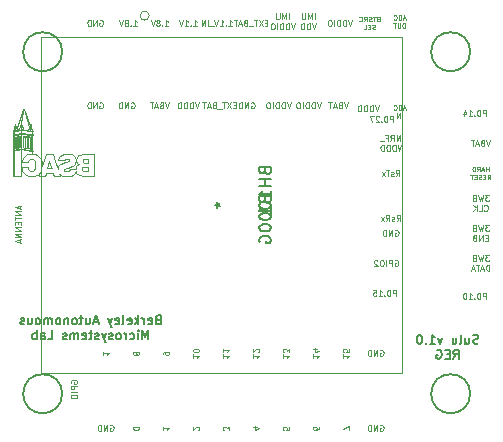
<source format=gbo>
G04 #@! TF.GenerationSoftware,KiCad,Pcbnew,(5.1.6)-1*
G04 #@! TF.CreationDate,2021-09-11T05:13:55-07:00*
G04 #@! TF.ProjectId,scum3c-devboard,7363756d-3363-42d6-9465-76626f617264,rev?*
G04 #@! TF.SameCoordinates,Original*
G04 #@! TF.FileFunction,Legend,Bot*
G04 #@! TF.FilePolarity,Positive*
%FSLAX46Y46*%
G04 Gerber Fmt 4.6, Leading zero omitted, Abs format (unit mm)*
G04 Created by KiCad (PCBNEW (5.1.6)-1) date 2021-09-11 05:13:55*
%MOMM*%
%LPD*%
G01*
G04 APERTURE LIST*
%ADD10C,0.100000*%
%ADD11C,0.080000*%
%ADD12C,0.127000*%
%ADD13C,0.150000*%
%ADD14C,0.120000*%
G04 APERTURE END LIST*
D10*
X95487999Y-52169190D02*
X95773714Y-52169190D01*
X95630857Y-52169190D02*
X95630857Y-51669190D01*
X95678476Y-51740619D01*
X95726095Y-51788238D01*
X95773714Y-51812047D01*
X95273714Y-52121571D02*
X95249904Y-52145380D01*
X95273714Y-52169190D01*
X95297523Y-52145380D01*
X95273714Y-52121571D01*
X95273714Y-52169190D01*
X94773714Y-52169190D02*
X95059428Y-52169190D01*
X94916571Y-52169190D02*
X94916571Y-51669190D01*
X94964190Y-51740619D01*
X95011809Y-51788238D01*
X95059428Y-51812047D01*
X94630857Y-51669190D02*
X94464190Y-52169190D01*
X94297523Y-51669190D01*
X94249904Y-52216809D02*
X93868952Y-52216809D01*
X93749904Y-52169190D02*
X93749904Y-51669190D01*
X93511809Y-52169190D02*
X93511809Y-51669190D01*
X93226095Y-52169190D01*
X93226095Y-51669190D01*
X96122952Y-58892285D02*
X95956285Y-58892285D01*
X95884857Y-59154190D02*
X96122952Y-59154190D01*
X96122952Y-58654190D01*
X95884857Y-58654190D01*
X95718190Y-58654190D02*
X95384857Y-59154190D01*
X95384857Y-58654190D02*
X95718190Y-59154190D01*
X95265809Y-58654190D02*
X94980095Y-58654190D01*
X95122952Y-59154190D02*
X95122952Y-58654190D01*
X94932476Y-59201809D02*
X94551523Y-59201809D01*
X94265809Y-58892285D02*
X94194380Y-58916095D01*
X94170571Y-58939904D01*
X94146761Y-58987523D01*
X94146761Y-59058952D01*
X94170571Y-59106571D01*
X94194380Y-59130380D01*
X94242000Y-59154190D01*
X94432476Y-59154190D01*
X94432476Y-58654190D01*
X94265809Y-58654190D01*
X94218190Y-58678000D01*
X94194380Y-58701809D01*
X94170571Y-58749428D01*
X94170571Y-58797047D01*
X94194380Y-58844666D01*
X94218190Y-58868476D01*
X94265809Y-58892285D01*
X94432476Y-58892285D01*
X93956285Y-59011333D02*
X93718190Y-59011333D01*
X94003904Y-59154190D02*
X93837238Y-58654190D01*
X93670571Y-59154190D01*
X93575333Y-58654190D02*
X93289619Y-58654190D01*
X93432476Y-59154190D02*
X93432476Y-58654190D01*
D11*
X110477238Y-59162666D02*
X110286761Y-59162666D01*
X110515333Y-59276952D02*
X110382000Y-58876952D01*
X110248666Y-59276952D01*
X110115333Y-59276952D02*
X110115333Y-58876952D01*
X110020095Y-58876952D01*
X109962952Y-58896000D01*
X109924857Y-58934095D01*
X109905809Y-58972190D01*
X109886761Y-59048380D01*
X109886761Y-59105523D01*
X109905809Y-59181714D01*
X109924857Y-59219809D01*
X109962952Y-59257904D01*
X110020095Y-59276952D01*
X110115333Y-59276952D01*
X109486761Y-59238857D02*
X109505809Y-59257904D01*
X109562952Y-59276952D01*
X109601047Y-59276952D01*
X109658190Y-59257904D01*
X109696285Y-59219809D01*
X109715333Y-59181714D01*
X109734380Y-59105523D01*
X109734380Y-59048380D01*
X109715333Y-58972190D01*
X109696285Y-58934095D01*
X109658190Y-58896000D01*
X109601047Y-58876952D01*
X109562952Y-58876952D01*
X109505809Y-58896000D01*
X109486761Y-58915047D01*
X110191523Y-59956952D02*
X110191523Y-59556952D01*
X110001047Y-59956952D02*
X110001047Y-59556952D01*
X109772476Y-59956952D01*
X109772476Y-59556952D01*
D10*
X98789952Y-51907285D02*
X98623285Y-51907285D01*
X98551857Y-52169190D02*
X98789952Y-52169190D01*
X98789952Y-51669190D01*
X98551857Y-51669190D01*
X98385190Y-51669190D02*
X98051857Y-52169190D01*
X98051857Y-51669190D02*
X98385190Y-52169190D01*
X97932809Y-51669190D02*
X97647095Y-51669190D01*
X97789952Y-52169190D02*
X97789952Y-51669190D01*
X97599476Y-52216809D02*
X97218523Y-52216809D01*
X96932809Y-51907285D02*
X96861380Y-51931095D01*
X96837571Y-51954904D01*
X96813761Y-52002523D01*
X96813761Y-52073952D01*
X96837571Y-52121571D01*
X96861380Y-52145380D01*
X96909000Y-52169190D01*
X97099476Y-52169190D01*
X97099476Y-51669190D01*
X96932809Y-51669190D01*
X96885190Y-51693000D01*
X96861380Y-51716809D01*
X96837571Y-51764428D01*
X96837571Y-51812047D01*
X96861380Y-51859666D01*
X96885190Y-51883476D01*
X96932809Y-51907285D01*
X97099476Y-51907285D01*
X96623285Y-52026333D02*
X96385190Y-52026333D01*
X96670904Y-52169190D02*
X96504238Y-51669190D01*
X96337571Y-52169190D01*
X96242333Y-51669190D02*
X95956619Y-51669190D01*
X96099476Y-52169190D02*
X96099476Y-51669190D01*
X108231666Y-58908190D02*
X108065000Y-59408190D01*
X107898333Y-58908190D01*
X107731666Y-59408190D02*
X107731666Y-58908190D01*
X107612619Y-58908190D01*
X107541190Y-58932000D01*
X107493571Y-58979619D01*
X107469761Y-59027238D01*
X107445952Y-59122476D01*
X107445952Y-59193904D01*
X107469761Y-59289142D01*
X107493571Y-59336761D01*
X107541190Y-59384380D01*
X107612619Y-59408190D01*
X107731666Y-59408190D01*
X107231666Y-59408190D02*
X107231666Y-58908190D01*
X107112619Y-58908190D01*
X107041190Y-58932000D01*
X106993571Y-58979619D01*
X106969761Y-59027238D01*
X106945952Y-59122476D01*
X106945952Y-59193904D01*
X106969761Y-59289142D01*
X106993571Y-59336761D01*
X107041190Y-59384380D01*
X107112619Y-59408190D01*
X107231666Y-59408190D01*
X106731666Y-59408190D02*
X106731666Y-58908190D01*
X106612619Y-58908190D01*
X106541190Y-58932000D01*
X106493571Y-58979619D01*
X106469761Y-59027238D01*
X106445952Y-59122476D01*
X106445952Y-59193904D01*
X106469761Y-59289142D01*
X106493571Y-59336761D01*
X106541190Y-59384380D01*
X106612619Y-59408190D01*
X106731666Y-59408190D01*
X97408952Y-58678000D02*
X97456571Y-58654190D01*
X97528000Y-58654190D01*
X97599428Y-58678000D01*
X97647047Y-58725619D01*
X97670857Y-58773238D01*
X97694666Y-58868476D01*
X97694666Y-58939904D01*
X97670857Y-59035142D01*
X97647047Y-59082761D01*
X97599428Y-59130380D01*
X97528000Y-59154190D01*
X97480380Y-59154190D01*
X97408952Y-59130380D01*
X97385142Y-59106571D01*
X97385142Y-58939904D01*
X97480380Y-58939904D01*
X97170857Y-59154190D02*
X97170857Y-58654190D01*
X96885142Y-59154190D01*
X96885142Y-58654190D01*
X96647047Y-59154190D02*
X96647047Y-58654190D01*
X96528000Y-58654190D01*
X96456571Y-58678000D01*
X96408952Y-58725619D01*
X96385142Y-58773238D01*
X96361333Y-58868476D01*
X96361333Y-58939904D01*
X96385142Y-59035142D01*
X96408952Y-59082761D01*
X96456571Y-59130380D01*
X96528000Y-59154190D01*
X96647047Y-59154190D01*
X87248952Y-58678000D02*
X87296571Y-58654190D01*
X87368000Y-58654190D01*
X87439428Y-58678000D01*
X87487047Y-58725619D01*
X87510857Y-58773238D01*
X87534666Y-58868476D01*
X87534666Y-58939904D01*
X87510857Y-59035142D01*
X87487047Y-59082761D01*
X87439428Y-59130380D01*
X87368000Y-59154190D01*
X87320380Y-59154190D01*
X87248952Y-59130380D01*
X87225142Y-59106571D01*
X87225142Y-58939904D01*
X87320380Y-58939904D01*
X87010857Y-59154190D02*
X87010857Y-58654190D01*
X86725142Y-59154190D01*
X86725142Y-58654190D01*
X86487047Y-59154190D02*
X86487047Y-58654190D01*
X86368000Y-58654190D01*
X86296571Y-58678000D01*
X86248952Y-58725619D01*
X86225142Y-58773238D01*
X86201333Y-58868476D01*
X86201333Y-58939904D01*
X86225142Y-59035142D01*
X86248952Y-59082761D01*
X86296571Y-59130380D01*
X86368000Y-59154190D01*
X86487047Y-59154190D01*
X105596428Y-58654190D02*
X105429761Y-59154190D01*
X105263095Y-58654190D01*
X104929761Y-58892285D02*
X104858333Y-58916095D01*
X104834523Y-58939904D01*
X104810714Y-58987523D01*
X104810714Y-59058952D01*
X104834523Y-59106571D01*
X104858333Y-59130380D01*
X104905952Y-59154190D01*
X105096428Y-59154190D01*
X105096428Y-58654190D01*
X104929761Y-58654190D01*
X104882142Y-58678000D01*
X104858333Y-58701809D01*
X104834523Y-58749428D01*
X104834523Y-58797047D01*
X104858333Y-58844666D01*
X104882142Y-58868476D01*
X104929761Y-58892285D01*
X105096428Y-58892285D01*
X104620238Y-59011333D02*
X104382142Y-59011333D01*
X104667857Y-59154190D02*
X104501190Y-58654190D01*
X104334523Y-59154190D01*
X104239285Y-58654190D02*
X103953571Y-58654190D01*
X104096428Y-59154190D02*
X104096428Y-58654190D01*
X90090571Y-52169190D02*
X90376285Y-52169190D01*
X90233428Y-52169190D02*
X90233428Y-51669190D01*
X90281047Y-51740619D01*
X90328666Y-51788238D01*
X90376285Y-51812047D01*
X89876285Y-52121571D02*
X89852476Y-52145380D01*
X89876285Y-52169190D01*
X89900095Y-52145380D01*
X89876285Y-52121571D01*
X89876285Y-52169190D01*
X89566761Y-51883476D02*
X89614380Y-51859666D01*
X89638190Y-51835857D01*
X89662000Y-51788238D01*
X89662000Y-51764428D01*
X89638190Y-51716809D01*
X89614380Y-51693000D01*
X89566761Y-51669190D01*
X89471523Y-51669190D01*
X89423904Y-51693000D01*
X89400095Y-51716809D01*
X89376285Y-51764428D01*
X89376285Y-51788238D01*
X89400095Y-51835857D01*
X89423904Y-51859666D01*
X89471523Y-51883476D01*
X89566761Y-51883476D01*
X89614380Y-51907285D01*
X89638190Y-51931095D01*
X89662000Y-51978714D01*
X89662000Y-52073952D01*
X89638190Y-52121571D01*
X89614380Y-52145380D01*
X89566761Y-52169190D01*
X89471523Y-52169190D01*
X89423904Y-52145380D01*
X89400095Y-52121571D01*
X89376285Y-52073952D01*
X89376285Y-51978714D01*
X89400095Y-51931095D01*
X89423904Y-51907285D01*
X89471523Y-51883476D01*
X89233428Y-51669190D02*
X89066761Y-52169190D01*
X88900095Y-51669190D01*
X87423571Y-52169190D02*
X87709285Y-52169190D01*
X87566428Y-52169190D02*
X87566428Y-51669190D01*
X87614047Y-51740619D01*
X87661666Y-51788238D01*
X87709285Y-51812047D01*
X87209285Y-52121571D02*
X87185476Y-52145380D01*
X87209285Y-52169190D01*
X87233095Y-52145380D01*
X87209285Y-52121571D01*
X87209285Y-52169190D01*
X86899761Y-51883476D02*
X86947380Y-51859666D01*
X86971190Y-51835857D01*
X86995000Y-51788238D01*
X86995000Y-51764428D01*
X86971190Y-51716809D01*
X86947380Y-51693000D01*
X86899761Y-51669190D01*
X86804523Y-51669190D01*
X86756904Y-51693000D01*
X86733095Y-51716809D01*
X86709285Y-51764428D01*
X86709285Y-51788238D01*
X86733095Y-51835857D01*
X86756904Y-51859666D01*
X86804523Y-51883476D01*
X86899761Y-51883476D01*
X86947380Y-51907285D01*
X86971190Y-51931095D01*
X86995000Y-51978714D01*
X86995000Y-52073952D01*
X86971190Y-52121571D01*
X86947380Y-52145380D01*
X86899761Y-52169190D01*
X86804523Y-52169190D01*
X86756904Y-52145380D01*
X86733095Y-52121571D01*
X86709285Y-52073952D01*
X86709285Y-51978714D01*
X86733095Y-51931095D01*
X86756904Y-51907285D01*
X86804523Y-51883476D01*
X86566428Y-51669190D02*
X86399761Y-52169190D01*
X86233095Y-51669190D01*
X92503571Y-52169190D02*
X92789285Y-52169190D01*
X92646428Y-52169190D02*
X92646428Y-51669190D01*
X92694047Y-51740619D01*
X92741666Y-51788238D01*
X92789285Y-51812047D01*
X92289285Y-52121571D02*
X92265476Y-52145380D01*
X92289285Y-52169190D01*
X92313095Y-52145380D01*
X92289285Y-52121571D01*
X92289285Y-52169190D01*
X91789285Y-52169190D02*
X92075000Y-52169190D01*
X91932142Y-52169190D02*
X91932142Y-51669190D01*
X91979761Y-51740619D01*
X92027380Y-51788238D01*
X92075000Y-51812047D01*
X91646428Y-51669190D02*
X91479761Y-52169190D01*
X91313095Y-51669190D01*
X82173000Y-82431000D02*
X82149190Y-82383380D01*
X82149190Y-82311952D01*
X82173000Y-82240523D01*
X82220619Y-82192904D01*
X82268238Y-82169095D01*
X82363476Y-82145285D01*
X82434904Y-82145285D01*
X82530142Y-82169095D01*
X82577761Y-82192904D01*
X82625380Y-82240523D01*
X82649190Y-82311952D01*
X82649190Y-82359571D01*
X82625380Y-82431000D01*
X82601571Y-82454809D01*
X82434904Y-82454809D01*
X82434904Y-82359571D01*
X82649190Y-82669095D02*
X82149190Y-82669095D01*
X82149190Y-82859571D01*
X82173000Y-82907190D01*
X82196809Y-82931000D01*
X82244428Y-82954809D01*
X82315857Y-82954809D01*
X82363476Y-82931000D01*
X82387285Y-82907190D01*
X82411095Y-82859571D01*
X82411095Y-82669095D01*
X82649190Y-83169095D02*
X82149190Y-83169095D01*
X82149190Y-83502428D02*
X82149190Y-83597666D01*
X82173000Y-83645285D01*
X82220619Y-83692904D01*
X82315857Y-83716714D01*
X82482523Y-83716714D01*
X82577761Y-83692904D01*
X82625380Y-83645285D01*
X82649190Y-83597666D01*
X82649190Y-83502428D01*
X82625380Y-83454809D01*
X82577761Y-83407190D01*
X82482523Y-83383380D01*
X82315857Y-83383380D01*
X82220619Y-83407190D01*
X82173000Y-83454809D01*
X82149190Y-83502428D01*
X109676285Y-75029190D02*
X109676285Y-74529190D01*
X109485809Y-74529190D01*
X109438190Y-74553000D01*
X109414380Y-74576809D01*
X109390571Y-74624428D01*
X109390571Y-74695857D01*
X109414380Y-74743476D01*
X109438190Y-74767285D01*
X109485809Y-74791095D01*
X109676285Y-74791095D01*
X109081047Y-74529190D02*
X109033428Y-74529190D01*
X108985809Y-74553000D01*
X108962000Y-74576809D01*
X108938190Y-74624428D01*
X108914380Y-74719666D01*
X108914380Y-74838714D01*
X108938190Y-74933952D01*
X108962000Y-74981571D01*
X108985809Y-75005380D01*
X109033428Y-75029190D01*
X109081047Y-75029190D01*
X109128666Y-75005380D01*
X109152476Y-74981571D01*
X109176285Y-74933952D01*
X109200095Y-74838714D01*
X109200095Y-74719666D01*
X109176285Y-74624428D01*
X109152476Y-74576809D01*
X109128666Y-74553000D01*
X109081047Y-74529190D01*
X108700095Y-74981571D02*
X108676285Y-75005380D01*
X108700095Y-75029190D01*
X108723904Y-75005380D01*
X108700095Y-74981571D01*
X108700095Y-75029190D01*
X108200095Y-75029190D02*
X108485809Y-75029190D01*
X108342952Y-75029190D02*
X108342952Y-74529190D01*
X108390571Y-74600619D01*
X108438190Y-74648238D01*
X108485809Y-74672047D01*
X107747714Y-74529190D02*
X107985809Y-74529190D01*
X108009619Y-74767285D01*
X107985809Y-74743476D01*
X107938190Y-74719666D01*
X107819142Y-74719666D01*
X107771523Y-74743476D01*
X107747714Y-74767285D01*
X107723904Y-74814904D01*
X107723904Y-74933952D01*
X107747714Y-74981571D01*
X107771523Y-75005380D01*
X107819142Y-75029190D01*
X107938190Y-75029190D01*
X107985809Y-75005380D01*
X108009619Y-74981571D01*
X117296285Y-75283190D02*
X117296285Y-74783190D01*
X117105809Y-74783190D01*
X117058190Y-74807000D01*
X117034380Y-74830809D01*
X117010571Y-74878428D01*
X117010571Y-74949857D01*
X117034380Y-74997476D01*
X117058190Y-75021285D01*
X117105809Y-75045095D01*
X117296285Y-75045095D01*
X116701047Y-74783190D02*
X116653428Y-74783190D01*
X116605809Y-74807000D01*
X116582000Y-74830809D01*
X116558190Y-74878428D01*
X116534380Y-74973666D01*
X116534380Y-75092714D01*
X116558190Y-75187952D01*
X116582000Y-75235571D01*
X116605809Y-75259380D01*
X116653428Y-75283190D01*
X116701047Y-75283190D01*
X116748666Y-75259380D01*
X116772476Y-75235571D01*
X116796285Y-75187952D01*
X116820095Y-75092714D01*
X116820095Y-74973666D01*
X116796285Y-74878428D01*
X116772476Y-74830809D01*
X116748666Y-74807000D01*
X116701047Y-74783190D01*
X116320095Y-75235571D02*
X116296285Y-75259380D01*
X116320095Y-75283190D01*
X116343904Y-75259380D01*
X116320095Y-75235571D01*
X116320095Y-75283190D01*
X115820095Y-75283190D02*
X116105809Y-75283190D01*
X115962952Y-75283190D02*
X115962952Y-74783190D01*
X116010571Y-74854619D01*
X116058190Y-74902238D01*
X116105809Y-74926047D01*
X115510571Y-74783190D02*
X115462952Y-74783190D01*
X115415333Y-74807000D01*
X115391523Y-74830809D01*
X115367714Y-74878428D01*
X115343904Y-74973666D01*
X115343904Y-75092714D01*
X115367714Y-75187952D01*
X115391523Y-75235571D01*
X115415333Y-75259380D01*
X115462952Y-75283190D01*
X115510571Y-75283190D01*
X115558190Y-75259380D01*
X115582000Y-75235571D01*
X115605809Y-75187952D01*
X115629619Y-75092714D01*
X115629619Y-74973666D01*
X115605809Y-74878428D01*
X115582000Y-74830809D01*
X115558190Y-74807000D01*
X115510571Y-74783190D01*
X117296285Y-59789190D02*
X117296285Y-59289190D01*
X117105809Y-59289190D01*
X117058190Y-59313000D01*
X117034380Y-59336809D01*
X117010571Y-59384428D01*
X117010571Y-59455857D01*
X117034380Y-59503476D01*
X117058190Y-59527285D01*
X117105809Y-59551095D01*
X117296285Y-59551095D01*
X116701047Y-59289190D02*
X116653428Y-59289190D01*
X116605809Y-59313000D01*
X116582000Y-59336809D01*
X116558190Y-59384428D01*
X116534380Y-59479666D01*
X116534380Y-59598714D01*
X116558190Y-59693952D01*
X116582000Y-59741571D01*
X116605809Y-59765380D01*
X116653428Y-59789190D01*
X116701047Y-59789190D01*
X116748666Y-59765380D01*
X116772476Y-59741571D01*
X116796285Y-59693952D01*
X116820095Y-59598714D01*
X116820095Y-59479666D01*
X116796285Y-59384428D01*
X116772476Y-59336809D01*
X116748666Y-59313000D01*
X116701047Y-59289190D01*
X116320095Y-59741571D02*
X116296285Y-59765380D01*
X116320095Y-59789190D01*
X116343904Y-59765380D01*
X116320095Y-59741571D01*
X116320095Y-59789190D01*
X115820095Y-59789190D02*
X116105809Y-59789190D01*
X115962952Y-59789190D02*
X115962952Y-59289190D01*
X116010571Y-59360619D01*
X116058190Y-59408238D01*
X116105809Y-59432047D01*
X115391523Y-59455857D02*
X115391523Y-59789190D01*
X115510571Y-59265380D02*
X115629619Y-59622523D01*
X115320095Y-59622523D01*
X109422285Y-60297190D02*
X109422285Y-59797190D01*
X109231809Y-59797190D01*
X109184190Y-59821000D01*
X109160380Y-59844809D01*
X109136571Y-59892428D01*
X109136571Y-59963857D01*
X109160380Y-60011476D01*
X109184190Y-60035285D01*
X109231809Y-60059095D01*
X109422285Y-60059095D01*
X108827047Y-59797190D02*
X108779428Y-59797190D01*
X108731809Y-59821000D01*
X108708000Y-59844809D01*
X108684190Y-59892428D01*
X108660380Y-59987666D01*
X108660380Y-60106714D01*
X108684190Y-60201952D01*
X108708000Y-60249571D01*
X108731809Y-60273380D01*
X108779428Y-60297190D01*
X108827047Y-60297190D01*
X108874666Y-60273380D01*
X108898476Y-60249571D01*
X108922285Y-60201952D01*
X108946095Y-60106714D01*
X108946095Y-59987666D01*
X108922285Y-59892428D01*
X108898476Y-59844809D01*
X108874666Y-59821000D01*
X108827047Y-59797190D01*
X108446095Y-60249571D02*
X108422285Y-60273380D01*
X108446095Y-60297190D01*
X108469904Y-60273380D01*
X108446095Y-60249571D01*
X108446095Y-60297190D01*
X108231809Y-59844809D02*
X108208000Y-59821000D01*
X108160380Y-59797190D01*
X108041333Y-59797190D01*
X107993714Y-59821000D01*
X107969904Y-59844809D01*
X107946095Y-59892428D01*
X107946095Y-59940047D01*
X107969904Y-60011476D01*
X108255619Y-60297190D01*
X107946095Y-60297190D01*
X107779428Y-59797190D02*
X107446095Y-59797190D01*
X107660380Y-60297190D01*
X109577095Y-72013000D02*
X109624714Y-71989190D01*
X109696142Y-71989190D01*
X109767571Y-72013000D01*
X109815190Y-72060619D01*
X109839000Y-72108238D01*
X109862809Y-72203476D01*
X109862809Y-72274904D01*
X109839000Y-72370142D01*
X109815190Y-72417761D01*
X109767571Y-72465380D01*
X109696142Y-72489190D01*
X109648523Y-72489190D01*
X109577095Y-72465380D01*
X109553285Y-72441571D01*
X109553285Y-72274904D01*
X109648523Y-72274904D01*
X109339000Y-72489190D02*
X109339000Y-71989190D01*
X109148523Y-71989190D01*
X109100904Y-72013000D01*
X109077095Y-72036809D01*
X109053285Y-72084428D01*
X109053285Y-72155857D01*
X109077095Y-72203476D01*
X109100904Y-72227285D01*
X109148523Y-72251095D01*
X109339000Y-72251095D01*
X108839000Y-72489190D02*
X108839000Y-71989190D01*
X108505666Y-71989190D02*
X108410428Y-71989190D01*
X108362809Y-72013000D01*
X108315190Y-72060619D01*
X108291380Y-72155857D01*
X108291380Y-72322523D01*
X108315190Y-72417761D01*
X108362809Y-72465380D01*
X108410428Y-72489190D01*
X108505666Y-72489190D01*
X108553285Y-72465380D01*
X108600904Y-72417761D01*
X108624714Y-72322523D01*
X108624714Y-72155857D01*
X108600904Y-72060619D01*
X108553285Y-72013000D01*
X108505666Y-71989190D01*
X108100904Y-72036809D02*
X108077095Y-72013000D01*
X108029476Y-71989190D01*
X107910428Y-71989190D01*
X107862809Y-72013000D01*
X107839000Y-72036809D01*
X107815190Y-72084428D01*
X107815190Y-72132047D01*
X107839000Y-72203476D01*
X108124714Y-72489190D01*
X107815190Y-72489190D01*
X84581952Y-58678000D02*
X84629571Y-58654190D01*
X84701000Y-58654190D01*
X84772428Y-58678000D01*
X84820047Y-58725619D01*
X84843857Y-58773238D01*
X84867666Y-58868476D01*
X84867666Y-58939904D01*
X84843857Y-59035142D01*
X84820047Y-59082761D01*
X84772428Y-59130380D01*
X84701000Y-59154190D01*
X84653380Y-59154190D01*
X84581952Y-59130380D01*
X84558142Y-59106571D01*
X84558142Y-58939904D01*
X84653380Y-58939904D01*
X84343857Y-59154190D02*
X84343857Y-58654190D01*
X84058142Y-59154190D01*
X84058142Y-58654190D01*
X83820047Y-59154190D02*
X83820047Y-58654190D01*
X83701000Y-58654190D01*
X83629571Y-58678000D01*
X83581952Y-58725619D01*
X83558142Y-58773238D01*
X83534333Y-58868476D01*
X83534333Y-58939904D01*
X83558142Y-59035142D01*
X83581952Y-59082761D01*
X83629571Y-59130380D01*
X83701000Y-59154190D01*
X83820047Y-59154190D01*
D12*
X89498714Y-77034571D02*
X89389857Y-77070857D01*
X89353571Y-77107142D01*
X89317285Y-77179714D01*
X89317285Y-77288571D01*
X89353571Y-77361142D01*
X89389857Y-77397428D01*
X89462428Y-77433714D01*
X89752714Y-77433714D01*
X89752714Y-76671714D01*
X89498714Y-76671714D01*
X89426142Y-76708000D01*
X89389857Y-76744285D01*
X89353571Y-76816857D01*
X89353571Y-76889428D01*
X89389857Y-76962000D01*
X89426142Y-76998285D01*
X89498714Y-77034571D01*
X89752714Y-77034571D01*
X88700428Y-77397428D02*
X88773000Y-77433714D01*
X88918142Y-77433714D01*
X88990714Y-77397428D01*
X89027000Y-77324857D01*
X89027000Y-77034571D01*
X88990714Y-76962000D01*
X88918142Y-76925714D01*
X88773000Y-76925714D01*
X88700428Y-76962000D01*
X88664142Y-77034571D01*
X88664142Y-77107142D01*
X89027000Y-77179714D01*
X88337571Y-77433714D02*
X88337571Y-76925714D01*
X88337571Y-77070857D02*
X88301285Y-76998285D01*
X88265000Y-76962000D01*
X88192428Y-76925714D01*
X88119857Y-76925714D01*
X87865857Y-77433714D02*
X87865857Y-76671714D01*
X87793285Y-77143428D02*
X87575571Y-77433714D01*
X87575571Y-76925714D02*
X87865857Y-77216000D01*
X86958714Y-77397428D02*
X87031285Y-77433714D01*
X87176428Y-77433714D01*
X87249000Y-77397428D01*
X87285285Y-77324857D01*
X87285285Y-77034571D01*
X87249000Y-76962000D01*
X87176428Y-76925714D01*
X87031285Y-76925714D01*
X86958714Y-76962000D01*
X86922428Y-77034571D01*
X86922428Y-77107142D01*
X87285285Y-77179714D01*
X86487000Y-77433714D02*
X86559571Y-77397428D01*
X86595857Y-77324857D01*
X86595857Y-76671714D01*
X85906428Y-77397428D02*
X85979000Y-77433714D01*
X86124142Y-77433714D01*
X86196714Y-77397428D01*
X86233000Y-77324857D01*
X86233000Y-77034571D01*
X86196714Y-76962000D01*
X86124142Y-76925714D01*
X85979000Y-76925714D01*
X85906428Y-76962000D01*
X85870142Y-77034571D01*
X85870142Y-77107142D01*
X86233000Y-77179714D01*
X85616142Y-76925714D02*
X85434714Y-77433714D01*
X85253285Y-76925714D02*
X85434714Y-77433714D01*
X85507285Y-77615142D01*
X85543571Y-77651428D01*
X85616142Y-77687714D01*
X84418714Y-77216000D02*
X84055857Y-77216000D01*
X84491285Y-77433714D02*
X84237285Y-76671714D01*
X83983285Y-77433714D01*
X83402714Y-76925714D02*
X83402714Y-77433714D01*
X83729285Y-76925714D02*
X83729285Y-77324857D01*
X83693000Y-77397428D01*
X83620428Y-77433714D01*
X83511571Y-77433714D01*
X83439000Y-77397428D01*
X83402714Y-77361142D01*
X83148714Y-76925714D02*
X82858428Y-76925714D01*
X83039857Y-76671714D02*
X83039857Y-77324857D01*
X83003571Y-77397428D01*
X82931000Y-77433714D01*
X82858428Y-77433714D01*
X82495571Y-77433714D02*
X82568142Y-77397428D01*
X82604428Y-77361142D01*
X82640714Y-77288571D01*
X82640714Y-77070857D01*
X82604428Y-76998285D01*
X82568142Y-76962000D01*
X82495571Y-76925714D01*
X82386714Y-76925714D01*
X82314142Y-76962000D01*
X82277857Y-76998285D01*
X82241571Y-77070857D01*
X82241571Y-77288571D01*
X82277857Y-77361142D01*
X82314142Y-77397428D01*
X82386714Y-77433714D01*
X82495571Y-77433714D01*
X81915000Y-76925714D02*
X81915000Y-77433714D01*
X81915000Y-76998285D02*
X81878714Y-76962000D01*
X81806142Y-76925714D01*
X81697285Y-76925714D01*
X81624714Y-76962000D01*
X81588428Y-77034571D01*
X81588428Y-77433714D01*
X81116714Y-77433714D02*
X81189285Y-77397428D01*
X81225571Y-77361142D01*
X81261857Y-77288571D01*
X81261857Y-77070857D01*
X81225571Y-76998285D01*
X81189285Y-76962000D01*
X81116714Y-76925714D01*
X81007857Y-76925714D01*
X80935285Y-76962000D01*
X80899000Y-76998285D01*
X80862714Y-77070857D01*
X80862714Y-77288571D01*
X80899000Y-77361142D01*
X80935285Y-77397428D01*
X81007857Y-77433714D01*
X81116714Y-77433714D01*
X80536142Y-77433714D02*
X80536142Y-76925714D01*
X80536142Y-76998285D02*
X80499857Y-76962000D01*
X80427285Y-76925714D01*
X80318428Y-76925714D01*
X80245857Y-76962000D01*
X80209571Y-77034571D01*
X80209571Y-77433714D01*
X80209571Y-77034571D02*
X80173285Y-76962000D01*
X80100714Y-76925714D01*
X79991857Y-76925714D01*
X79919285Y-76962000D01*
X79883000Y-77034571D01*
X79883000Y-77433714D01*
X79411285Y-77433714D02*
X79483857Y-77397428D01*
X79520142Y-77361142D01*
X79556428Y-77288571D01*
X79556428Y-77070857D01*
X79520142Y-76998285D01*
X79483857Y-76962000D01*
X79411285Y-76925714D01*
X79302428Y-76925714D01*
X79229857Y-76962000D01*
X79193571Y-76998285D01*
X79157285Y-77070857D01*
X79157285Y-77288571D01*
X79193571Y-77361142D01*
X79229857Y-77397428D01*
X79302428Y-77433714D01*
X79411285Y-77433714D01*
X78504142Y-76925714D02*
X78504142Y-77433714D01*
X78830714Y-76925714D02*
X78830714Y-77324857D01*
X78794428Y-77397428D01*
X78721857Y-77433714D01*
X78613000Y-77433714D01*
X78540428Y-77397428D01*
X78504142Y-77361142D01*
X78177571Y-77397428D02*
X78105000Y-77433714D01*
X77959857Y-77433714D01*
X77887285Y-77397428D01*
X77851000Y-77324857D01*
X77851000Y-77288571D01*
X77887285Y-77216000D01*
X77959857Y-77179714D01*
X78068714Y-77179714D01*
X78141285Y-77143428D01*
X78177571Y-77070857D01*
X78177571Y-77034571D01*
X78141285Y-76962000D01*
X78068714Y-76925714D01*
X77959857Y-76925714D01*
X77887285Y-76962000D01*
X88718571Y-78703714D02*
X88718571Y-77941714D01*
X88464571Y-78486000D01*
X88210571Y-77941714D01*
X88210571Y-78703714D01*
X87847714Y-78703714D02*
X87847714Y-78195714D01*
X87847714Y-77941714D02*
X87884000Y-77978000D01*
X87847714Y-78014285D01*
X87811428Y-77978000D01*
X87847714Y-77941714D01*
X87847714Y-78014285D01*
X87158285Y-78667428D02*
X87230857Y-78703714D01*
X87376000Y-78703714D01*
X87448571Y-78667428D01*
X87484857Y-78631142D01*
X87521142Y-78558571D01*
X87521142Y-78340857D01*
X87484857Y-78268285D01*
X87448571Y-78232000D01*
X87376000Y-78195714D01*
X87230857Y-78195714D01*
X87158285Y-78232000D01*
X86831714Y-78703714D02*
X86831714Y-78195714D01*
X86831714Y-78340857D02*
X86795428Y-78268285D01*
X86759142Y-78232000D01*
X86686571Y-78195714D01*
X86614000Y-78195714D01*
X86251142Y-78703714D02*
X86323714Y-78667428D01*
X86360000Y-78631142D01*
X86396285Y-78558571D01*
X86396285Y-78340857D01*
X86360000Y-78268285D01*
X86323714Y-78232000D01*
X86251142Y-78195714D01*
X86142285Y-78195714D01*
X86069714Y-78232000D01*
X86033428Y-78268285D01*
X85997142Y-78340857D01*
X85997142Y-78558571D01*
X86033428Y-78631142D01*
X86069714Y-78667428D01*
X86142285Y-78703714D01*
X86251142Y-78703714D01*
X85706857Y-78667428D02*
X85634285Y-78703714D01*
X85489142Y-78703714D01*
X85416571Y-78667428D01*
X85380285Y-78594857D01*
X85380285Y-78558571D01*
X85416571Y-78486000D01*
X85489142Y-78449714D01*
X85598000Y-78449714D01*
X85670571Y-78413428D01*
X85706857Y-78340857D01*
X85706857Y-78304571D01*
X85670571Y-78232000D01*
X85598000Y-78195714D01*
X85489142Y-78195714D01*
X85416571Y-78232000D01*
X85126285Y-78195714D02*
X84944857Y-78703714D01*
X84763428Y-78195714D02*
X84944857Y-78703714D01*
X85017428Y-78885142D01*
X85053714Y-78921428D01*
X85126285Y-78957714D01*
X84509428Y-78667428D02*
X84436857Y-78703714D01*
X84291714Y-78703714D01*
X84219142Y-78667428D01*
X84182857Y-78594857D01*
X84182857Y-78558571D01*
X84219142Y-78486000D01*
X84291714Y-78449714D01*
X84400571Y-78449714D01*
X84473142Y-78413428D01*
X84509428Y-78340857D01*
X84509428Y-78304571D01*
X84473142Y-78232000D01*
X84400571Y-78195714D01*
X84291714Y-78195714D01*
X84219142Y-78232000D01*
X83965142Y-78195714D02*
X83674857Y-78195714D01*
X83856285Y-77941714D02*
X83856285Y-78594857D01*
X83820000Y-78667428D01*
X83747428Y-78703714D01*
X83674857Y-78703714D01*
X83130571Y-78667428D02*
X83203142Y-78703714D01*
X83348285Y-78703714D01*
X83420857Y-78667428D01*
X83457142Y-78594857D01*
X83457142Y-78304571D01*
X83420857Y-78232000D01*
X83348285Y-78195714D01*
X83203142Y-78195714D01*
X83130571Y-78232000D01*
X83094285Y-78304571D01*
X83094285Y-78377142D01*
X83457142Y-78449714D01*
X82767714Y-78703714D02*
X82767714Y-78195714D01*
X82767714Y-78268285D02*
X82731428Y-78232000D01*
X82658857Y-78195714D01*
X82550000Y-78195714D01*
X82477428Y-78232000D01*
X82441142Y-78304571D01*
X82441142Y-78703714D01*
X82441142Y-78304571D02*
X82404857Y-78232000D01*
X82332285Y-78195714D01*
X82223428Y-78195714D01*
X82150857Y-78232000D01*
X82114571Y-78304571D01*
X82114571Y-78703714D01*
X81788000Y-78667428D02*
X81715428Y-78703714D01*
X81570285Y-78703714D01*
X81497714Y-78667428D01*
X81461428Y-78594857D01*
X81461428Y-78558571D01*
X81497714Y-78486000D01*
X81570285Y-78449714D01*
X81679142Y-78449714D01*
X81751714Y-78413428D01*
X81788000Y-78340857D01*
X81788000Y-78304571D01*
X81751714Y-78232000D01*
X81679142Y-78195714D01*
X81570285Y-78195714D01*
X81497714Y-78232000D01*
X80191428Y-78703714D02*
X80554285Y-78703714D01*
X80554285Y-77941714D01*
X79610857Y-78703714D02*
X79610857Y-78304571D01*
X79647142Y-78232000D01*
X79719714Y-78195714D01*
X79864857Y-78195714D01*
X79937428Y-78232000D01*
X79610857Y-78667428D02*
X79683428Y-78703714D01*
X79864857Y-78703714D01*
X79937428Y-78667428D01*
X79973714Y-78594857D01*
X79973714Y-78522285D01*
X79937428Y-78449714D01*
X79864857Y-78413428D01*
X79683428Y-78413428D01*
X79610857Y-78377142D01*
X79248000Y-78703714D02*
X79248000Y-77941714D01*
X79248000Y-78232000D02*
X79175428Y-78195714D01*
X79030285Y-78195714D01*
X78957714Y-78232000D01*
X78921428Y-78268285D01*
X78885142Y-78340857D01*
X78885142Y-78558571D01*
X78921428Y-78631142D01*
X78957714Y-78667428D01*
X79030285Y-78703714D01*
X79175428Y-78703714D01*
X79248000Y-78667428D01*
D10*
X77807333Y-67425285D02*
X77807333Y-67663380D01*
X77950190Y-67377666D02*
X77450190Y-67544333D01*
X77950190Y-67711000D01*
X77950190Y-67877666D02*
X77450190Y-67877666D01*
X77950190Y-68163380D01*
X77450190Y-68163380D01*
X77450190Y-68330047D02*
X77450190Y-68615761D01*
X77950190Y-68472904D02*
X77450190Y-68472904D01*
X77688285Y-68782428D02*
X77688285Y-68949095D01*
X77950190Y-69020523D02*
X77950190Y-68782428D01*
X77450190Y-68782428D01*
X77450190Y-69020523D01*
X77950190Y-69234809D02*
X77450190Y-69234809D01*
X77950190Y-69520523D01*
X77450190Y-69520523D01*
X77950190Y-69758619D02*
X77450190Y-69758619D01*
X77950190Y-70044333D01*
X77450190Y-70044333D01*
X77807333Y-70258619D02*
X77807333Y-70496714D01*
X77950190Y-70211000D02*
X77450190Y-70377666D01*
X77950190Y-70544333D01*
D12*
X116640428Y-79048428D02*
X116531571Y-79084714D01*
X116350142Y-79084714D01*
X116277571Y-79048428D01*
X116241285Y-79012142D01*
X116205000Y-78939571D01*
X116205000Y-78867000D01*
X116241285Y-78794428D01*
X116277571Y-78758142D01*
X116350142Y-78721857D01*
X116495285Y-78685571D01*
X116567857Y-78649285D01*
X116604142Y-78613000D01*
X116640428Y-78540428D01*
X116640428Y-78467857D01*
X116604142Y-78395285D01*
X116567857Y-78359000D01*
X116495285Y-78322714D01*
X116313857Y-78322714D01*
X116205000Y-78359000D01*
X115551857Y-78576714D02*
X115551857Y-79084714D01*
X115878428Y-78576714D02*
X115878428Y-78975857D01*
X115842142Y-79048428D01*
X115769571Y-79084714D01*
X115660714Y-79084714D01*
X115588142Y-79048428D01*
X115551857Y-79012142D01*
X115080142Y-79084714D02*
X115152714Y-79048428D01*
X115189000Y-78975857D01*
X115189000Y-78322714D01*
X114463285Y-78576714D02*
X114463285Y-79084714D01*
X114789857Y-78576714D02*
X114789857Y-78975857D01*
X114753571Y-79048428D01*
X114681000Y-79084714D01*
X114572142Y-79084714D01*
X114499571Y-79048428D01*
X114463285Y-79012142D01*
X113592428Y-78576714D02*
X113411000Y-79084714D01*
X113229571Y-78576714D01*
X112540142Y-79084714D02*
X112975571Y-79084714D01*
X112757857Y-79084714D02*
X112757857Y-78322714D01*
X112830428Y-78431571D01*
X112903000Y-78504142D01*
X112975571Y-78540428D01*
X112213571Y-79012142D02*
X112177285Y-79048428D01*
X112213571Y-79084714D01*
X112249857Y-79048428D01*
X112213571Y-79012142D01*
X112213571Y-79084714D01*
X111705571Y-78322714D02*
X111633000Y-78322714D01*
X111560428Y-78359000D01*
X111524142Y-78395285D01*
X111487857Y-78467857D01*
X111451571Y-78613000D01*
X111451571Y-78794428D01*
X111487857Y-78939571D01*
X111524142Y-79012142D01*
X111560428Y-79048428D01*
X111633000Y-79084714D01*
X111705571Y-79084714D01*
X111778142Y-79048428D01*
X111814428Y-79012142D01*
X111850714Y-78939571D01*
X111887000Y-78794428D01*
X111887000Y-78613000D01*
X111850714Y-78467857D01*
X111814428Y-78395285D01*
X111778142Y-78359000D01*
X111705571Y-78322714D01*
X114535857Y-80354714D02*
X114789857Y-79991857D01*
X114971285Y-80354714D02*
X114971285Y-79592714D01*
X114681000Y-79592714D01*
X114608428Y-79629000D01*
X114572142Y-79665285D01*
X114535857Y-79737857D01*
X114535857Y-79846714D01*
X114572142Y-79919285D01*
X114608428Y-79955571D01*
X114681000Y-79991857D01*
X114971285Y-79991857D01*
X114209285Y-79955571D02*
X113955285Y-79955571D01*
X113846428Y-80354714D02*
X114209285Y-80354714D01*
X114209285Y-79592714D01*
X113846428Y-79592714D01*
X113120714Y-79629000D02*
X113193285Y-79592714D01*
X113302142Y-79592714D01*
X113411000Y-79629000D01*
X113483571Y-79701571D01*
X113519857Y-79774142D01*
X113556142Y-79919285D01*
X113556142Y-80028142D01*
X113519857Y-80173285D01*
X113483571Y-80245857D01*
X113411000Y-80318428D01*
X113302142Y-80354714D01*
X113229571Y-80354714D01*
X113120714Y-80318428D01*
X113084428Y-80282142D01*
X113084428Y-80028142D01*
X113229571Y-80028142D01*
D10*
X109660476Y-64869190D02*
X109827142Y-64631095D01*
X109946190Y-64869190D02*
X109946190Y-64369190D01*
X109755714Y-64369190D01*
X109708095Y-64393000D01*
X109684285Y-64416809D01*
X109660476Y-64464428D01*
X109660476Y-64535857D01*
X109684285Y-64583476D01*
X109708095Y-64607285D01*
X109755714Y-64631095D01*
X109946190Y-64631095D01*
X109470000Y-64845380D02*
X109422380Y-64869190D01*
X109327142Y-64869190D01*
X109279523Y-64845380D01*
X109255714Y-64797761D01*
X109255714Y-64773952D01*
X109279523Y-64726333D01*
X109327142Y-64702523D01*
X109398571Y-64702523D01*
X109446190Y-64678714D01*
X109470000Y-64631095D01*
X109470000Y-64607285D01*
X109446190Y-64559666D01*
X109398571Y-64535857D01*
X109327142Y-64535857D01*
X109279523Y-64559666D01*
X109112857Y-64369190D02*
X108827142Y-64369190D01*
X108970000Y-64869190D02*
X108970000Y-64369190D01*
X108708095Y-64869190D02*
X108446190Y-64535857D01*
X108708095Y-64535857D02*
X108446190Y-64869190D01*
X110017619Y-61904190D02*
X110017619Y-61404190D01*
X109731904Y-61904190D01*
X109731904Y-61404190D01*
X109208095Y-61904190D02*
X109374761Y-61666095D01*
X109493809Y-61904190D02*
X109493809Y-61404190D01*
X109303333Y-61404190D01*
X109255714Y-61428000D01*
X109231904Y-61451809D01*
X109208095Y-61499428D01*
X109208095Y-61570857D01*
X109231904Y-61618476D01*
X109255714Y-61642285D01*
X109303333Y-61666095D01*
X109493809Y-61666095D01*
X108827142Y-61642285D02*
X108993809Y-61642285D01*
X108993809Y-61904190D02*
X108993809Y-61404190D01*
X108755714Y-61404190D01*
X108684285Y-61951809D02*
X108303333Y-61951809D01*
X110136666Y-62254190D02*
X109970000Y-62754190D01*
X109803333Y-62254190D01*
X109636666Y-62754190D02*
X109636666Y-62254190D01*
X109517619Y-62254190D01*
X109446190Y-62278000D01*
X109398571Y-62325619D01*
X109374761Y-62373238D01*
X109350952Y-62468476D01*
X109350952Y-62539904D01*
X109374761Y-62635142D01*
X109398571Y-62682761D01*
X109446190Y-62730380D01*
X109517619Y-62754190D01*
X109636666Y-62754190D01*
X109136666Y-62754190D02*
X109136666Y-62254190D01*
X109017619Y-62254190D01*
X108946190Y-62278000D01*
X108898571Y-62325619D01*
X108874761Y-62373238D01*
X108850952Y-62468476D01*
X108850952Y-62539904D01*
X108874761Y-62635142D01*
X108898571Y-62682761D01*
X108946190Y-62730380D01*
X109017619Y-62754190D01*
X109136666Y-62754190D01*
X108636666Y-62754190D02*
X108636666Y-62254190D01*
X108517619Y-62254190D01*
X108446190Y-62278000D01*
X108398571Y-62325619D01*
X108374761Y-62373238D01*
X108350952Y-62468476D01*
X108350952Y-62539904D01*
X108374761Y-62635142D01*
X108398571Y-62682761D01*
X108446190Y-62730380D01*
X108517619Y-62754190D01*
X108636666Y-62754190D01*
X109600952Y-69473000D02*
X109648571Y-69449190D01*
X109720000Y-69449190D01*
X109791428Y-69473000D01*
X109839047Y-69520619D01*
X109862857Y-69568238D01*
X109886666Y-69663476D01*
X109886666Y-69734904D01*
X109862857Y-69830142D01*
X109839047Y-69877761D01*
X109791428Y-69925380D01*
X109720000Y-69949190D01*
X109672380Y-69949190D01*
X109600952Y-69925380D01*
X109577142Y-69901571D01*
X109577142Y-69734904D01*
X109672380Y-69734904D01*
X109362857Y-69949190D02*
X109362857Y-69449190D01*
X109077142Y-69949190D01*
X109077142Y-69449190D01*
X108839047Y-69949190D02*
X108839047Y-69449190D01*
X108720000Y-69449190D01*
X108648571Y-69473000D01*
X108600952Y-69520619D01*
X108577142Y-69568238D01*
X108553333Y-69663476D01*
X108553333Y-69734904D01*
X108577142Y-69830142D01*
X108600952Y-69877761D01*
X108648571Y-69925380D01*
X108720000Y-69949190D01*
X108839047Y-69949190D01*
X109720000Y-68679190D02*
X109886666Y-68441095D01*
X110005714Y-68679190D02*
X110005714Y-68179190D01*
X109815238Y-68179190D01*
X109767619Y-68203000D01*
X109743809Y-68226809D01*
X109720000Y-68274428D01*
X109720000Y-68345857D01*
X109743809Y-68393476D01*
X109767619Y-68417285D01*
X109815238Y-68441095D01*
X110005714Y-68441095D01*
X109529523Y-68655380D02*
X109481904Y-68679190D01*
X109386666Y-68679190D01*
X109339047Y-68655380D01*
X109315238Y-68607761D01*
X109315238Y-68583952D01*
X109339047Y-68536333D01*
X109386666Y-68512523D01*
X109458095Y-68512523D01*
X109505714Y-68488714D01*
X109529523Y-68441095D01*
X109529523Y-68417285D01*
X109505714Y-68369666D01*
X109458095Y-68345857D01*
X109386666Y-68345857D01*
X109339047Y-68369666D01*
X108815238Y-68679190D02*
X108981904Y-68441095D01*
X109100952Y-68679190D02*
X109100952Y-68179190D01*
X108910476Y-68179190D01*
X108862857Y-68203000D01*
X108839047Y-68226809D01*
X108815238Y-68274428D01*
X108815238Y-68345857D01*
X108839047Y-68393476D01*
X108862857Y-68417285D01*
X108910476Y-68441095D01*
X109100952Y-68441095D01*
X108648571Y-68679190D02*
X108386666Y-68345857D01*
X108648571Y-68345857D02*
X108386666Y-68679190D01*
X117542380Y-69024190D02*
X117232857Y-69024190D01*
X117399523Y-69214666D01*
X117328095Y-69214666D01*
X117280476Y-69238476D01*
X117256666Y-69262285D01*
X117232857Y-69309904D01*
X117232857Y-69428952D01*
X117256666Y-69476571D01*
X117280476Y-69500380D01*
X117328095Y-69524190D01*
X117470952Y-69524190D01*
X117518571Y-69500380D01*
X117542380Y-69476571D01*
X117066190Y-69024190D02*
X116947142Y-69524190D01*
X116851904Y-69167047D01*
X116756666Y-69524190D01*
X116637619Y-69024190D01*
X116280476Y-69262285D02*
X116209047Y-69286095D01*
X116185238Y-69309904D01*
X116161428Y-69357523D01*
X116161428Y-69428952D01*
X116185238Y-69476571D01*
X116209047Y-69500380D01*
X116256666Y-69524190D01*
X116447142Y-69524190D01*
X116447142Y-69024190D01*
X116280476Y-69024190D01*
X116232857Y-69048000D01*
X116209047Y-69071809D01*
X116185238Y-69119428D01*
X116185238Y-69167047D01*
X116209047Y-69214666D01*
X116232857Y-69238476D01*
X116280476Y-69262285D01*
X116447142Y-69262285D01*
X117459047Y-70112285D02*
X117292380Y-70112285D01*
X117220952Y-70374190D02*
X117459047Y-70374190D01*
X117459047Y-69874190D01*
X117220952Y-69874190D01*
X117006666Y-70374190D02*
X117006666Y-69874190D01*
X116720952Y-70374190D01*
X116720952Y-69874190D01*
X116316190Y-70112285D02*
X116244761Y-70136095D01*
X116220952Y-70159904D01*
X116197142Y-70207523D01*
X116197142Y-70278952D01*
X116220952Y-70326571D01*
X116244761Y-70350380D01*
X116292380Y-70374190D01*
X116482857Y-70374190D01*
X116482857Y-69874190D01*
X116316190Y-69874190D01*
X116268571Y-69898000D01*
X116244761Y-69921809D01*
X116220952Y-69969428D01*
X116220952Y-70017047D01*
X116244761Y-70064666D01*
X116268571Y-70088476D01*
X116316190Y-70112285D01*
X116482857Y-70112285D01*
D11*
X117525714Y-64483952D02*
X117525714Y-64083952D01*
X117525714Y-64274428D02*
X117297142Y-64274428D01*
X117297142Y-64483952D02*
X117297142Y-64083952D01*
X117125714Y-64369666D02*
X116935238Y-64369666D01*
X117163809Y-64483952D02*
X117030476Y-64083952D01*
X116897142Y-64483952D01*
X116535238Y-64483952D02*
X116668571Y-64293476D01*
X116763809Y-64483952D02*
X116763809Y-64083952D01*
X116611428Y-64083952D01*
X116573333Y-64103000D01*
X116554285Y-64122047D01*
X116535238Y-64160142D01*
X116535238Y-64217285D01*
X116554285Y-64255380D01*
X116573333Y-64274428D01*
X116611428Y-64293476D01*
X116763809Y-64293476D01*
X116363809Y-64483952D02*
X116363809Y-64083952D01*
X116268571Y-64083952D01*
X116211428Y-64103000D01*
X116173333Y-64141095D01*
X116154285Y-64179190D01*
X116135238Y-64255380D01*
X116135238Y-64312523D01*
X116154285Y-64388714D01*
X116173333Y-64426809D01*
X116211428Y-64464904D01*
X116268571Y-64483952D01*
X116363809Y-64483952D01*
X117420952Y-65163952D02*
X117554285Y-64973476D01*
X117649523Y-65163952D02*
X117649523Y-64763952D01*
X117497142Y-64763952D01*
X117459047Y-64783000D01*
X117440000Y-64802047D01*
X117420952Y-64840142D01*
X117420952Y-64897285D01*
X117440000Y-64935380D01*
X117459047Y-64954428D01*
X117497142Y-64973476D01*
X117649523Y-64973476D01*
X117249523Y-64954428D02*
X117116190Y-64954428D01*
X117059047Y-65163952D02*
X117249523Y-65163952D01*
X117249523Y-64763952D01*
X117059047Y-64763952D01*
X116906666Y-65144904D02*
X116849523Y-65163952D01*
X116754285Y-65163952D01*
X116716190Y-65144904D01*
X116697142Y-65125857D01*
X116678095Y-65087761D01*
X116678095Y-65049666D01*
X116697142Y-65011571D01*
X116716190Y-64992523D01*
X116754285Y-64973476D01*
X116830476Y-64954428D01*
X116868571Y-64935380D01*
X116887619Y-64916333D01*
X116906666Y-64878238D01*
X116906666Y-64840142D01*
X116887619Y-64802047D01*
X116868571Y-64783000D01*
X116830476Y-64763952D01*
X116735238Y-64763952D01*
X116678095Y-64783000D01*
X116506666Y-64954428D02*
X116373333Y-64954428D01*
X116316190Y-65163952D02*
X116506666Y-65163952D01*
X116506666Y-64763952D01*
X116316190Y-64763952D01*
X116201904Y-64763952D02*
X115973333Y-64763952D01*
X116087619Y-65163952D02*
X116087619Y-64763952D01*
D10*
X117661428Y-61829190D02*
X117494761Y-62329190D01*
X117328095Y-61829190D01*
X116994761Y-62067285D02*
X116923333Y-62091095D01*
X116899523Y-62114904D01*
X116875714Y-62162523D01*
X116875714Y-62233952D01*
X116899523Y-62281571D01*
X116923333Y-62305380D01*
X116970952Y-62329190D01*
X117161428Y-62329190D01*
X117161428Y-61829190D01*
X116994761Y-61829190D01*
X116947142Y-61853000D01*
X116923333Y-61876809D01*
X116899523Y-61924428D01*
X116899523Y-61972047D01*
X116923333Y-62019666D01*
X116947142Y-62043476D01*
X116994761Y-62067285D01*
X117161428Y-62067285D01*
X116685238Y-62186333D02*
X116447142Y-62186333D01*
X116732857Y-62329190D02*
X116566190Y-61829190D01*
X116399523Y-62329190D01*
X116304285Y-61829190D02*
X116018571Y-61829190D01*
X116161428Y-62329190D02*
X116161428Y-61829190D01*
X117542380Y-66484190D02*
X117232857Y-66484190D01*
X117399523Y-66674666D01*
X117328095Y-66674666D01*
X117280476Y-66698476D01*
X117256666Y-66722285D01*
X117232857Y-66769904D01*
X117232857Y-66888952D01*
X117256666Y-66936571D01*
X117280476Y-66960380D01*
X117328095Y-66984190D01*
X117470952Y-66984190D01*
X117518571Y-66960380D01*
X117542380Y-66936571D01*
X117066190Y-66484190D02*
X116947142Y-66984190D01*
X116851904Y-66627047D01*
X116756666Y-66984190D01*
X116637619Y-66484190D01*
X116280476Y-66722285D02*
X116209047Y-66746095D01*
X116185238Y-66769904D01*
X116161428Y-66817523D01*
X116161428Y-66888952D01*
X116185238Y-66936571D01*
X116209047Y-66960380D01*
X116256666Y-66984190D01*
X116447142Y-66984190D01*
X116447142Y-66484190D01*
X116280476Y-66484190D01*
X116232857Y-66508000D01*
X116209047Y-66531809D01*
X116185238Y-66579428D01*
X116185238Y-66627047D01*
X116209047Y-66674666D01*
X116232857Y-66698476D01*
X116280476Y-66722285D01*
X116447142Y-66722285D01*
X117137619Y-67786571D02*
X117161428Y-67810380D01*
X117232857Y-67834190D01*
X117280476Y-67834190D01*
X117351904Y-67810380D01*
X117399523Y-67762761D01*
X117423333Y-67715142D01*
X117447142Y-67619904D01*
X117447142Y-67548476D01*
X117423333Y-67453238D01*
X117399523Y-67405619D01*
X117351904Y-67358000D01*
X117280476Y-67334190D01*
X117232857Y-67334190D01*
X117161428Y-67358000D01*
X117137619Y-67381809D01*
X116685238Y-67834190D02*
X116923333Y-67834190D01*
X116923333Y-67334190D01*
X116518571Y-67834190D02*
X116518571Y-67334190D01*
X116232857Y-67834190D02*
X116447142Y-67548476D01*
X116232857Y-67334190D02*
X116518571Y-67619904D01*
D11*
X117542380Y-71574190D02*
X117232857Y-71574190D01*
X117399523Y-71764666D01*
X117328095Y-71764666D01*
X117280476Y-71788476D01*
X117256666Y-71812285D01*
X117232857Y-71859904D01*
X117232857Y-71978952D01*
X117256666Y-72026571D01*
X117280476Y-72050380D01*
X117328095Y-72074190D01*
X117470952Y-72074190D01*
X117518571Y-72050380D01*
X117542380Y-72026571D01*
X117066190Y-71574190D02*
X116947142Y-72074190D01*
X116851904Y-71717047D01*
X116756666Y-72074190D01*
X116637619Y-71574190D01*
X116280476Y-71812285D02*
X116209047Y-71836095D01*
X116185238Y-71859904D01*
X116161428Y-71907523D01*
X116161428Y-71978952D01*
X116185238Y-72026571D01*
X116209047Y-72050380D01*
X116256666Y-72074190D01*
X116447142Y-72074190D01*
X116447142Y-71574190D01*
X116280476Y-71574190D01*
X116232857Y-71598000D01*
X116209047Y-71621809D01*
X116185238Y-71669428D01*
X116185238Y-71717047D01*
X116209047Y-71764666D01*
X116232857Y-71788476D01*
X116280476Y-71812285D01*
X116447142Y-71812285D01*
X117590000Y-72904190D02*
X117590000Y-72404190D01*
X117470952Y-72404190D01*
X117399523Y-72428000D01*
X117351904Y-72475619D01*
X117328095Y-72523238D01*
X117304285Y-72618476D01*
X117304285Y-72689904D01*
X117328095Y-72785142D01*
X117351904Y-72832761D01*
X117399523Y-72880380D01*
X117470952Y-72904190D01*
X117590000Y-72904190D01*
X117113809Y-72761333D02*
X116875714Y-72761333D01*
X117161428Y-72904190D02*
X116994761Y-72404190D01*
X116828095Y-72904190D01*
X116732857Y-72404190D02*
X116447142Y-72404190D01*
X116590000Y-72904190D02*
X116590000Y-72404190D01*
X116304285Y-72761333D02*
X116066190Y-72761333D01*
X116351904Y-72904190D02*
X116185238Y-72404190D01*
X116018571Y-72904190D01*
D10*
X87689523Y-79930619D02*
X87713333Y-79978238D01*
X87737142Y-80002047D01*
X87784761Y-80025857D01*
X87808571Y-80025857D01*
X87856190Y-80002047D01*
X87880000Y-79978238D01*
X87903809Y-79930619D01*
X87903809Y-79835380D01*
X87880000Y-79787761D01*
X87856190Y-79763952D01*
X87808571Y-79740142D01*
X87784761Y-79740142D01*
X87737142Y-79763952D01*
X87713333Y-79787761D01*
X87689523Y-79835380D01*
X87689523Y-79930619D01*
X87665714Y-79978238D01*
X87641904Y-80002047D01*
X87594285Y-80025857D01*
X87499047Y-80025857D01*
X87451428Y-80002047D01*
X87427619Y-79978238D01*
X87403809Y-79930619D01*
X87403809Y-79835380D01*
X87427619Y-79787761D01*
X87451428Y-79763952D01*
X87499047Y-79740142D01*
X87594285Y-79740142D01*
X87641904Y-79763952D01*
X87665714Y-79787761D01*
X87689523Y-79835380D01*
X102643809Y-79978238D02*
X102643809Y-80263952D01*
X102643809Y-80121095D02*
X103143809Y-80121095D01*
X103072380Y-80168714D01*
X103024761Y-80216333D01*
X103000952Y-80263952D01*
X102977142Y-79549666D02*
X102643809Y-79549666D01*
X103167619Y-79668714D02*
X102810476Y-79787761D01*
X102810476Y-79478238D01*
X105183809Y-79978238D02*
X105183809Y-80263952D01*
X105183809Y-80121095D02*
X105683809Y-80121095D01*
X105612380Y-80168714D01*
X105564761Y-80216333D01*
X105540952Y-80263952D01*
X105683809Y-79525857D02*
X105683809Y-79763952D01*
X105445714Y-79787761D01*
X105469523Y-79763952D01*
X105493333Y-79716333D01*
X105493333Y-79597285D01*
X105469523Y-79549666D01*
X105445714Y-79525857D01*
X105398095Y-79502047D01*
X105279047Y-79502047D01*
X105231428Y-79525857D01*
X105207619Y-79549666D01*
X105183809Y-79597285D01*
X105183809Y-79716333D01*
X105207619Y-79763952D01*
X105231428Y-79787761D01*
X108330952Y-79633000D02*
X108378571Y-79609190D01*
X108450000Y-79609190D01*
X108521428Y-79633000D01*
X108569047Y-79680619D01*
X108592857Y-79728238D01*
X108616666Y-79823476D01*
X108616666Y-79894904D01*
X108592857Y-79990142D01*
X108569047Y-80037761D01*
X108521428Y-80085380D01*
X108450000Y-80109190D01*
X108402380Y-80109190D01*
X108330952Y-80085380D01*
X108307142Y-80061571D01*
X108307142Y-79894904D01*
X108402380Y-79894904D01*
X108092857Y-80109190D02*
X108092857Y-79609190D01*
X107807142Y-80109190D01*
X107807142Y-79609190D01*
X107569047Y-80109190D02*
X107569047Y-79609190D01*
X107450000Y-79609190D01*
X107378571Y-79633000D01*
X107330952Y-79680619D01*
X107307142Y-79728238D01*
X107283333Y-79823476D01*
X107283333Y-79894904D01*
X107307142Y-79990142D01*
X107330952Y-80037761D01*
X107378571Y-80085380D01*
X107450000Y-80109190D01*
X107569047Y-80109190D01*
X84863809Y-79740142D02*
X84863809Y-80025857D01*
X84863809Y-79883000D02*
X85363809Y-79883000D01*
X85292380Y-79930619D01*
X85244761Y-79978238D01*
X85220952Y-80025857D01*
X95023809Y-79978238D02*
X95023809Y-80263952D01*
X95023809Y-80121095D02*
X95523809Y-80121095D01*
X95452380Y-80168714D01*
X95404761Y-80216333D01*
X95380952Y-80263952D01*
X95023809Y-79502047D02*
X95023809Y-79787761D01*
X95023809Y-79644904D02*
X95523809Y-79644904D01*
X95452380Y-79692523D01*
X95404761Y-79740142D01*
X95380952Y-79787761D01*
X89943809Y-79978238D02*
X89943809Y-79883000D01*
X89967619Y-79835380D01*
X89991428Y-79811571D01*
X90062857Y-79763952D01*
X90158095Y-79740142D01*
X90348571Y-79740142D01*
X90396190Y-79763952D01*
X90420000Y-79787761D01*
X90443809Y-79835380D01*
X90443809Y-79930619D01*
X90420000Y-79978238D01*
X90396190Y-80002047D01*
X90348571Y-80025857D01*
X90229523Y-80025857D01*
X90181904Y-80002047D01*
X90158095Y-79978238D01*
X90134285Y-79930619D01*
X90134285Y-79835380D01*
X90158095Y-79787761D01*
X90181904Y-79763952D01*
X90229523Y-79740142D01*
X92483809Y-79978238D02*
X92483809Y-80263952D01*
X92483809Y-80121095D02*
X92983809Y-80121095D01*
X92912380Y-80168714D01*
X92864761Y-80216333D01*
X92840952Y-80263952D01*
X92983809Y-79668714D02*
X92983809Y-79621095D01*
X92960000Y-79573476D01*
X92936190Y-79549666D01*
X92888571Y-79525857D01*
X92793333Y-79502047D01*
X92674285Y-79502047D01*
X92579047Y-79525857D01*
X92531428Y-79549666D01*
X92507619Y-79573476D01*
X92483809Y-79621095D01*
X92483809Y-79668714D01*
X92507619Y-79716333D01*
X92531428Y-79740142D01*
X92579047Y-79763952D01*
X92674285Y-79787761D01*
X92793333Y-79787761D01*
X92888571Y-79763952D01*
X92936190Y-79740142D01*
X92960000Y-79716333D01*
X92983809Y-79668714D01*
X97563809Y-79978238D02*
X97563809Y-80263952D01*
X97563809Y-80121095D02*
X98063809Y-80121095D01*
X97992380Y-80168714D01*
X97944761Y-80216333D01*
X97920952Y-80263952D01*
X98016190Y-79787761D02*
X98040000Y-79763952D01*
X98063809Y-79716333D01*
X98063809Y-79597285D01*
X98040000Y-79549666D01*
X98016190Y-79525857D01*
X97968571Y-79502047D01*
X97920952Y-79502047D01*
X97849523Y-79525857D01*
X97563809Y-79811571D01*
X97563809Y-79502047D01*
X100103809Y-79978238D02*
X100103809Y-80263952D01*
X100103809Y-80121095D02*
X100603809Y-80121095D01*
X100532380Y-80168714D01*
X100484761Y-80216333D01*
X100460952Y-80263952D01*
X100603809Y-79811571D02*
X100603809Y-79502047D01*
X100413333Y-79668714D01*
X100413333Y-79597285D01*
X100389523Y-79549666D01*
X100365714Y-79525857D01*
X100318095Y-79502047D01*
X100199047Y-79502047D01*
X100151428Y-79525857D01*
X100127619Y-79549666D01*
X100103809Y-79597285D01*
X100103809Y-79740142D01*
X100127619Y-79787761D01*
X100151428Y-79811571D01*
X103143809Y-86137761D02*
X103143809Y-86233000D01*
X103120000Y-86280619D01*
X103096190Y-86304428D01*
X103024761Y-86352047D01*
X102929523Y-86375857D01*
X102739047Y-86375857D01*
X102691428Y-86352047D01*
X102667619Y-86328238D01*
X102643809Y-86280619D01*
X102643809Y-86185380D01*
X102667619Y-86137761D01*
X102691428Y-86113952D01*
X102739047Y-86090142D01*
X102858095Y-86090142D01*
X102905714Y-86113952D01*
X102929523Y-86137761D01*
X102953333Y-86185380D01*
X102953333Y-86280619D01*
X102929523Y-86328238D01*
X102905714Y-86352047D01*
X102858095Y-86375857D01*
X92936190Y-86375857D02*
X92960000Y-86352047D01*
X92983809Y-86304428D01*
X92983809Y-86185380D01*
X92960000Y-86137761D01*
X92936190Y-86113952D01*
X92888571Y-86090142D01*
X92840952Y-86090142D01*
X92769523Y-86113952D01*
X92483809Y-86399666D01*
X92483809Y-86090142D01*
X100603809Y-86113952D02*
X100603809Y-86352047D01*
X100365714Y-86375857D01*
X100389523Y-86352047D01*
X100413333Y-86304428D01*
X100413333Y-86185380D01*
X100389523Y-86137761D01*
X100365714Y-86113952D01*
X100318095Y-86090142D01*
X100199047Y-86090142D01*
X100151428Y-86113952D01*
X100127619Y-86137761D01*
X100103809Y-86185380D01*
X100103809Y-86304428D01*
X100127619Y-86352047D01*
X100151428Y-86375857D01*
X97897142Y-86137761D02*
X97563809Y-86137761D01*
X98087619Y-86256809D02*
X97730476Y-86375857D01*
X97730476Y-86066333D01*
X87903809Y-86256809D02*
X87903809Y-86209190D01*
X87880000Y-86161571D01*
X87856190Y-86137761D01*
X87808571Y-86113952D01*
X87713333Y-86090142D01*
X87594285Y-86090142D01*
X87499047Y-86113952D01*
X87451428Y-86137761D01*
X87427619Y-86161571D01*
X87403809Y-86209190D01*
X87403809Y-86256809D01*
X87427619Y-86304428D01*
X87451428Y-86328238D01*
X87499047Y-86352047D01*
X87594285Y-86375857D01*
X87713333Y-86375857D01*
X87808571Y-86352047D01*
X87856190Y-86328238D01*
X87880000Y-86304428D01*
X87903809Y-86256809D01*
X95523809Y-86399666D02*
X95523809Y-86090142D01*
X95333333Y-86256809D01*
X95333333Y-86185380D01*
X95309523Y-86137761D01*
X95285714Y-86113952D01*
X95238095Y-86090142D01*
X95119047Y-86090142D01*
X95071428Y-86113952D01*
X95047619Y-86137761D01*
X95023809Y-86185380D01*
X95023809Y-86328238D01*
X95047619Y-86375857D01*
X95071428Y-86399666D01*
X89943809Y-86090142D02*
X89943809Y-86375857D01*
X89943809Y-86233000D02*
X90443809Y-86233000D01*
X90372380Y-86280619D01*
X90324761Y-86328238D01*
X90300952Y-86375857D01*
X105683809Y-86399666D02*
X105683809Y-86066333D01*
X105183809Y-86280619D01*
X108330952Y-85983000D02*
X108378571Y-85959190D01*
X108450000Y-85959190D01*
X108521428Y-85983000D01*
X108569047Y-86030619D01*
X108592857Y-86078238D01*
X108616666Y-86173476D01*
X108616666Y-86244904D01*
X108592857Y-86340142D01*
X108569047Y-86387761D01*
X108521428Y-86435380D01*
X108450000Y-86459190D01*
X108402380Y-86459190D01*
X108330952Y-86435380D01*
X108307142Y-86411571D01*
X108307142Y-86244904D01*
X108402380Y-86244904D01*
X108092857Y-86459190D02*
X108092857Y-85959190D01*
X107807142Y-86459190D01*
X107807142Y-85959190D01*
X107569047Y-86459190D02*
X107569047Y-85959190D01*
X107450000Y-85959190D01*
X107378571Y-85983000D01*
X107330952Y-86030619D01*
X107307142Y-86078238D01*
X107283333Y-86173476D01*
X107283333Y-86244904D01*
X107307142Y-86340142D01*
X107330952Y-86387761D01*
X107378571Y-86435380D01*
X107450000Y-86459190D01*
X107569047Y-86459190D01*
X85470952Y-85983000D02*
X85518571Y-85959190D01*
X85590000Y-85959190D01*
X85661428Y-85983000D01*
X85709047Y-86030619D01*
X85732857Y-86078238D01*
X85756666Y-86173476D01*
X85756666Y-86244904D01*
X85732857Y-86340142D01*
X85709047Y-86387761D01*
X85661428Y-86435380D01*
X85590000Y-86459190D01*
X85542380Y-86459190D01*
X85470952Y-86435380D01*
X85447142Y-86411571D01*
X85447142Y-86244904D01*
X85542380Y-86244904D01*
X85232857Y-86459190D02*
X85232857Y-85959190D01*
X84947142Y-86459190D01*
X84947142Y-85959190D01*
X84709047Y-86459190D02*
X84709047Y-85959190D01*
X84590000Y-85959190D01*
X84518571Y-85983000D01*
X84470952Y-86030619D01*
X84447142Y-86078238D01*
X84423333Y-86173476D01*
X84423333Y-86244904D01*
X84447142Y-86340142D01*
X84470952Y-86387761D01*
X84518571Y-86435380D01*
X84590000Y-86459190D01*
X84709047Y-86459190D01*
X102782619Y-51617190D02*
X102782619Y-51117190D01*
X102544523Y-51617190D02*
X102544523Y-51117190D01*
X102377857Y-51474333D01*
X102211190Y-51117190D01*
X102211190Y-51617190D01*
X101973095Y-51117190D02*
X101973095Y-51521952D01*
X101949285Y-51569571D01*
X101925476Y-51593380D01*
X101877857Y-51617190D01*
X101782619Y-51617190D01*
X101735000Y-51593380D01*
X101711190Y-51569571D01*
X101687380Y-51521952D01*
X101687380Y-51117190D01*
X102901666Y-51967190D02*
X102735000Y-52467190D01*
X102568333Y-51967190D01*
X102401666Y-52467190D02*
X102401666Y-51967190D01*
X102282619Y-51967190D01*
X102211190Y-51991000D01*
X102163571Y-52038619D01*
X102139761Y-52086238D01*
X102115952Y-52181476D01*
X102115952Y-52252904D01*
X102139761Y-52348142D01*
X102163571Y-52395761D01*
X102211190Y-52443380D01*
X102282619Y-52467190D01*
X102401666Y-52467190D01*
X101901666Y-52467190D02*
X101901666Y-51967190D01*
X101782619Y-51967190D01*
X101711190Y-51991000D01*
X101663571Y-52038619D01*
X101639761Y-52086238D01*
X101615952Y-52181476D01*
X101615952Y-52252904D01*
X101639761Y-52348142D01*
X101663571Y-52395761D01*
X101711190Y-52443380D01*
X101782619Y-52467190D01*
X101901666Y-52467190D01*
X100623619Y-51617190D02*
X100623619Y-51117190D01*
X100385523Y-51617190D02*
X100385523Y-51117190D01*
X100218857Y-51474333D01*
X100052190Y-51117190D01*
X100052190Y-51617190D01*
X99814095Y-51117190D02*
X99814095Y-51521952D01*
X99790285Y-51569571D01*
X99766476Y-51593380D01*
X99718857Y-51617190D01*
X99623619Y-51617190D01*
X99576000Y-51593380D01*
X99552190Y-51569571D01*
X99528380Y-51521952D01*
X99528380Y-51117190D01*
X101123619Y-51967190D02*
X100956952Y-52467190D01*
X100790285Y-51967190D01*
X100623619Y-52467190D02*
X100623619Y-51967190D01*
X100504571Y-51967190D01*
X100433142Y-51991000D01*
X100385523Y-52038619D01*
X100361714Y-52086238D01*
X100337904Y-52181476D01*
X100337904Y-52252904D01*
X100361714Y-52348142D01*
X100385523Y-52395761D01*
X100433142Y-52443380D01*
X100504571Y-52467190D01*
X100623619Y-52467190D01*
X100123619Y-52467190D02*
X100123619Y-51967190D01*
X100004571Y-51967190D01*
X99933142Y-51991000D01*
X99885523Y-52038619D01*
X99861714Y-52086238D01*
X99837904Y-52181476D01*
X99837904Y-52252904D01*
X99861714Y-52348142D01*
X99885523Y-52395761D01*
X99933142Y-52443380D01*
X100004571Y-52467190D01*
X100123619Y-52467190D01*
X99623619Y-52467190D02*
X99623619Y-51967190D01*
X99290285Y-51967190D02*
X99195047Y-51967190D01*
X99147428Y-51991000D01*
X99099809Y-52038619D01*
X99076000Y-52133857D01*
X99076000Y-52300523D01*
X99099809Y-52395761D01*
X99147428Y-52443380D01*
X99195047Y-52467190D01*
X99290285Y-52467190D01*
X99337904Y-52443380D01*
X99385523Y-52395761D01*
X99409333Y-52300523D01*
X99409333Y-52133857D01*
X99385523Y-52038619D01*
X99337904Y-51991000D01*
X99290285Y-51967190D01*
D11*
X110477238Y-51542666D02*
X110286761Y-51542666D01*
X110515333Y-51656952D02*
X110382000Y-51256952D01*
X110248666Y-51656952D01*
X110115333Y-51656952D02*
X110115333Y-51256952D01*
X110020095Y-51256952D01*
X109962952Y-51276000D01*
X109924857Y-51314095D01*
X109905809Y-51352190D01*
X109886761Y-51428380D01*
X109886761Y-51485523D01*
X109905809Y-51561714D01*
X109924857Y-51599809D01*
X109962952Y-51637904D01*
X110020095Y-51656952D01*
X110115333Y-51656952D01*
X109486761Y-51618857D02*
X109505809Y-51637904D01*
X109562952Y-51656952D01*
X109601047Y-51656952D01*
X109658190Y-51637904D01*
X109696285Y-51599809D01*
X109715333Y-51561714D01*
X109734380Y-51485523D01*
X109734380Y-51428380D01*
X109715333Y-51352190D01*
X109696285Y-51314095D01*
X109658190Y-51276000D01*
X109601047Y-51256952D01*
X109562952Y-51256952D01*
X109505809Y-51276000D01*
X109486761Y-51295047D01*
X110382000Y-51936952D02*
X110305809Y-51936952D01*
X110267714Y-51956000D01*
X110229619Y-51994095D01*
X110210571Y-52070285D01*
X110210571Y-52203619D01*
X110229619Y-52279809D01*
X110267714Y-52317904D01*
X110305809Y-52336952D01*
X110382000Y-52336952D01*
X110420095Y-52317904D01*
X110458190Y-52279809D01*
X110477238Y-52203619D01*
X110477238Y-52070285D01*
X110458190Y-51994095D01*
X110420095Y-51956000D01*
X110382000Y-51936952D01*
X110039142Y-51936952D02*
X110039142Y-52260761D01*
X110020095Y-52298857D01*
X110001047Y-52317904D01*
X109962952Y-52336952D01*
X109886761Y-52336952D01*
X109848666Y-52317904D01*
X109829619Y-52298857D01*
X109810571Y-52260761D01*
X109810571Y-51936952D01*
X109677238Y-51936952D02*
X109448666Y-51936952D01*
X109562952Y-52336952D02*
X109562952Y-51936952D01*
D10*
X105949619Y-51669190D02*
X105782952Y-52169190D01*
X105616285Y-51669190D01*
X105449619Y-52169190D02*
X105449619Y-51669190D01*
X105330571Y-51669190D01*
X105259142Y-51693000D01*
X105211523Y-51740619D01*
X105187714Y-51788238D01*
X105163904Y-51883476D01*
X105163904Y-51954904D01*
X105187714Y-52050142D01*
X105211523Y-52097761D01*
X105259142Y-52145380D01*
X105330571Y-52169190D01*
X105449619Y-52169190D01*
X104949619Y-52169190D02*
X104949619Y-51669190D01*
X104830571Y-51669190D01*
X104759142Y-51693000D01*
X104711523Y-51740619D01*
X104687714Y-51788238D01*
X104663904Y-51883476D01*
X104663904Y-51954904D01*
X104687714Y-52050142D01*
X104711523Y-52097761D01*
X104759142Y-52145380D01*
X104830571Y-52169190D01*
X104949619Y-52169190D01*
X104449619Y-52169190D02*
X104449619Y-51669190D01*
X104116285Y-51669190D02*
X104021047Y-51669190D01*
X103973428Y-51693000D01*
X103925809Y-51740619D01*
X103902000Y-51835857D01*
X103902000Y-52002523D01*
X103925809Y-52097761D01*
X103973428Y-52145380D01*
X104021047Y-52169190D01*
X104116285Y-52169190D01*
X104163904Y-52145380D01*
X104211523Y-52097761D01*
X104235333Y-52002523D01*
X104235333Y-51835857D01*
X104211523Y-51740619D01*
X104163904Y-51693000D01*
X104116285Y-51669190D01*
D11*
X108156285Y-51574428D02*
X108099142Y-51593476D01*
X108080095Y-51612523D01*
X108061047Y-51650619D01*
X108061047Y-51707761D01*
X108080095Y-51745857D01*
X108099142Y-51764904D01*
X108137238Y-51783952D01*
X108289619Y-51783952D01*
X108289619Y-51383952D01*
X108156285Y-51383952D01*
X108118190Y-51403000D01*
X108099142Y-51422047D01*
X108080095Y-51460142D01*
X108080095Y-51498238D01*
X108099142Y-51536333D01*
X108118190Y-51555380D01*
X108156285Y-51574428D01*
X108289619Y-51574428D01*
X107946761Y-51383952D02*
X107718190Y-51383952D01*
X107832476Y-51783952D02*
X107832476Y-51383952D01*
X107603904Y-51764904D02*
X107546761Y-51783952D01*
X107451523Y-51783952D01*
X107413428Y-51764904D01*
X107394380Y-51745857D01*
X107375333Y-51707761D01*
X107375333Y-51669666D01*
X107394380Y-51631571D01*
X107413428Y-51612523D01*
X107451523Y-51593476D01*
X107527714Y-51574428D01*
X107565809Y-51555380D01*
X107584857Y-51536333D01*
X107603904Y-51498238D01*
X107603904Y-51460142D01*
X107584857Y-51422047D01*
X107565809Y-51403000D01*
X107527714Y-51383952D01*
X107432476Y-51383952D01*
X107375333Y-51403000D01*
X106975333Y-51783952D02*
X107108666Y-51593476D01*
X107203904Y-51783952D02*
X107203904Y-51383952D01*
X107051523Y-51383952D01*
X107013428Y-51403000D01*
X106994380Y-51422047D01*
X106975333Y-51460142D01*
X106975333Y-51517285D01*
X106994380Y-51555380D01*
X107013428Y-51574428D01*
X107051523Y-51593476D01*
X107203904Y-51593476D01*
X106575333Y-51745857D02*
X106594380Y-51764904D01*
X106651523Y-51783952D01*
X106689619Y-51783952D01*
X106746761Y-51764904D01*
X106784857Y-51726809D01*
X106803904Y-51688714D01*
X106822952Y-51612523D01*
X106822952Y-51555380D01*
X106803904Y-51479190D01*
X106784857Y-51441095D01*
X106746761Y-51403000D01*
X106689619Y-51383952D01*
X106651523Y-51383952D01*
X106594380Y-51403000D01*
X106575333Y-51422047D01*
X107899142Y-52444904D02*
X107842000Y-52463952D01*
X107746761Y-52463952D01*
X107708666Y-52444904D01*
X107689619Y-52425857D01*
X107670571Y-52387761D01*
X107670571Y-52349666D01*
X107689619Y-52311571D01*
X107708666Y-52292523D01*
X107746761Y-52273476D01*
X107822952Y-52254428D01*
X107861047Y-52235380D01*
X107880095Y-52216333D01*
X107899142Y-52178238D01*
X107899142Y-52140142D01*
X107880095Y-52102047D01*
X107861047Y-52083000D01*
X107822952Y-52063952D01*
X107727714Y-52063952D01*
X107670571Y-52083000D01*
X107499142Y-52254428D02*
X107365809Y-52254428D01*
X107308666Y-52463952D02*
X107499142Y-52463952D01*
X107499142Y-52063952D01*
X107308666Y-52063952D01*
X106946761Y-52463952D02*
X107137238Y-52463952D01*
X107137238Y-52063952D01*
D10*
X90483428Y-58654190D02*
X90316761Y-59154190D01*
X90150095Y-58654190D01*
X89816761Y-58892285D02*
X89745333Y-58916095D01*
X89721523Y-58939904D01*
X89697714Y-58987523D01*
X89697714Y-59058952D01*
X89721523Y-59106571D01*
X89745333Y-59130380D01*
X89792952Y-59154190D01*
X89983428Y-59154190D01*
X89983428Y-58654190D01*
X89816761Y-58654190D01*
X89769142Y-58678000D01*
X89745333Y-58701809D01*
X89721523Y-58749428D01*
X89721523Y-58797047D01*
X89745333Y-58844666D01*
X89769142Y-58868476D01*
X89816761Y-58892285D01*
X89983428Y-58892285D01*
X89507238Y-59011333D02*
X89269142Y-59011333D01*
X89554857Y-59154190D02*
X89388190Y-58654190D01*
X89221523Y-59154190D01*
X89126285Y-58654190D02*
X88840571Y-58654190D01*
X88983428Y-59154190D02*
X88983428Y-58654190D01*
X92991666Y-58654190D02*
X92825000Y-59154190D01*
X92658333Y-58654190D01*
X92491666Y-59154190D02*
X92491666Y-58654190D01*
X92372619Y-58654190D01*
X92301190Y-58678000D01*
X92253571Y-58725619D01*
X92229761Y-58773238D01*
X92205952Y-58868476D01*
X92205952Y-58939904D01*
X92229761Y-59035142D01*
X92253571Y-59082761D01*
X92301190Y-59130380D01*
X92372619Y-59154190D01*
X92491666Y-59154190D01*
X91991666Y-59154190D02*
X91991666Y-58654190D01*
X91872619Y-58654190D01*
X91801190Y-58678000D01*
X91753571Y-58725619D01*
X91729761Y-58773238D01*
X91705952Y-58868476D01*
X91705952Y-58939904D01*
X91729761Y-59035142D01*
X91753571Y-59082761D01*
X91801190Y-59130380D01*
X91872619Y-59154190D01*
X91991666Y-59154190D01*
X91491666Y-59154190D02*
X91491666Y-58654190D01*
X91372619Y-58654190D01*
X91301190Y-58678000D01*
X91253571Y-58725619D01*
X91229761Y-58773238D01*
X91205952Y-58868476D01*
X91205952Y-58939904D01*
X91229761Y-59035142D01*
X91253571Y-59082761D01*
X91301190Y-59130380D01*
X91372619Y-59154190D01*
X91491666Y-59154190D01*
X103282619Y-58654190D02*
X103115952Y-59154190D01*
X102949285Y-58654190D01*
X102782619Y-59154190D02*
X102782619Y-58654190D01*
X102663571Y-58654190D01*
X102592142Y-58678000D01*
X102544523Y-58725619D01*
X102520714Y-58773238D01*
X102496904Y-58868476D01*
X102496904Y-58939904D01*
X102520714Y-59035142D01*
X102544523Y-59082761D01*
X102592142Y-59130380D01*
X102663571Y-59154190D01*
X102782619Y-59154190D01*
X102282619Y-59154190D02*
X102282619Y-58654190D01*
X102163571Y-58654190D01*
X102092142Y-58678000D01*
X102044523Y-58725619D01*
X102020714Y-58773238D01*
X101996904Y-58868476D01*
X101996904Y-58939904D01*
X102020714Y-59035142D01*
X102044523Y-59082761D01*
X102092142Y-59130380D01*
X102163571Y-59154190D01*
X102282619Y-59154190D01*
X101782619Y-59154190D02*
X101782619Y-58654190D01*
X101449285Y-58654190D02*
X101354047Y-58654190D01*
X101306428Y-58678000D01*
X101258809Y-58725619D01*
X101235000Y-58820857D01*
X101235000Y-58987523D01*
X101258809Y-59082761D01*
X101306428Y-59130380D01*
X101354047Y-59154190D01*
X101449285Y-59154190D01*
X101496904Y-59130380D01*
X101544523Y-59082761D01*
X101568333Y-58987523D01*
X101568333Y-58820857D01*
X101544523Y-58725619D01*
X101496904Y-58678000D01*
X101449285Y-58654190D01*
X100742619Y-58654190D02*
X100575952Y-59154190D01*
X100409285Y-58654190D01*
X100242619Y-59154190D02*
X100242619Y-58654190D01*
X100123571Y-58654190D01*
X100052142Y-58678000D01*
X100004523Y-58725619D01*
X99980714Y-58773238D01*
X99956904Y-58868476D01*
X99956904Y-58939904D01*
X99980714Y-59035142D01*
X100004523Y-59082761D01*
X100052142Y-59130380D01*
X100123571Y-59154190D01*
X100242619Y-59154190D01*
X99742619Y-59154190D02*
X99742619Y-58654190D01*
X99623571Y-58654190D01*
X99552142Y-58678000D01*
X99504523Y-58725619D01*
X99480714Y-58773238D01*
X99456904Y-58868476D01*
X99456904Y-58939904D01*
X99480714Y-59035142D01*
X99504523Y-59082761D01*
X99552142Y-59130380D01*
X99623571Y-59154190D01*
X99742619Y-59154190D01*
X99242619Y-59154190D02*
X99242619Y-58654190D01*
X98909285Y-58654190D02*
X98814047Y-58654190D01*
X98766428Y-58678000D01*
X98718809Y-58725619D01*
X98695000Y-58820857D01*
X98695000Y-58987523D01*
X98718809Y-59082761D01*
X98766428Y-59130380D01*
X98814047Y-59154190D01*
X98909285Y-59154190D01*
X98956904Y-59130380D01*
X99004523Y-59082761D01*
X99028333Y-58987523D01*
X99028333Y-58820857D01*
X99004523Y-58725619D01*
X98956904Y-58678000D01*
X98909285Y-58654190D01*
X84581952Y-51693000D02*
X84629571Y-51669190D01*
X84701000Y-51669190D01*
X84772428Y-51693000D01*
X84820047Y-51740619D01*
X84843857Y-51788238D01*
X84867666Y-51883476D01*
X84867666Y-51954904D01*
X84843857Y-52050142D01*
X84820047Y-52097761D01*
X84772428Y-52145380D01*
X84701000Y-52169190D01*
X84653380Y-52169190D01*
X84581952Y-52145380D01*
X84558142Y-52121571D01*
X84558142Y-51954904D01*
X84653380Y-51954904D01*
X84343857Y-52169190D02*
X84343857Y-51669190D01*
X84058142Y-52169190D01*
X84058142Y-51669190D01*
X83820047Y-52169190D02*
X83820047Y-51669190D01*
X83701000Y-51669190D01*
X83629571Y-51693000D01*
X83581952Y-51740619D01*
X83558142Y-51788238D01*
X83534333Y-51883476D01*
X83534333Y-51954904D01*
X83558142Y-52050142D01*
X83581952Y-52097761D01*
X83629571Y-52145380D01*
X83701000Y-52169190D01*
X83820047Y-52169190D01*
D13*
X81407000Y-54356000D02*
G75*
G03*
X81407000Y-54356000I-1651000J0D01*
G01*
X81407000Y-83312000D02*
G75*
G03*
X81407000Y-83312000I-1651000J0D01*
G01*
X115951000Y-83312000D02*
G75*
G03*
X115951000Y-83312000I-1651000J0D01*
G01*
X115951000Y-54356000D02*
G75*
G03*
X115951000Y-54356000I-1651000J0D01*
G01*
D10*
X79425151Y-64685053D02*
X79509350Y-64591426D01*
X80020886Y-64738426D02*
X80052684Y-64623181D01*
X80333837Y-64622596D02*
X80614989Y-64622011D01*
X79113693Y-64866518D02*
X79225068Y-64822554D01*
X82742478Y-64739338D02*
X82811223Y-64778776D01*
X82683633Y-64690071D02*
X82742478Y-64739338D01*
X80614989Y-64622011D02*
X80647084Y-64743027D01*
X79987784Y-64858857D02*
X80020886Y-64738426D01*
X81202474Y-64779339D02*
X81172267Y-64690024D01*
X78861435Y-64912390D02*
X78992550Y-64896442D01*
X82187800Y-64845936D02*
X82286231Y-64796344D01*
X82078904Y-64882273D02*
X82187800Y-64845936D01*
X81958452Y-64905807D02*
X82078904Y-64882273D01*
X81421000Y-64847184D02*
X81567281Y-64888415D01*
X81172267Y-64690024D02*
X81193407Y-64707509D01*
X82615979Y-64605704D02*
X82683633Y-64690071D01*
X82571555Y-64505630D02*
X82615979Y-64605704D01*
X82561986Y-64474592D02*
X82571555Y-64505630D01*
X82551869Y-64493664D02*
X82561986Y-64474592D01*
X82520017Y-64559414D02*
X82551869Y-64493664D01*
X82478865Y-64622725D02*
X82520017Y-64559414D01*
X82430069Y-64681351D02*
X82478865Y-64622725D01*
X79706477Y-64864043D02*
X79986479Y-64864043D01*
X79426476Y-64862033D02*
X79706477Y-64864043D01*
X79473543Y-64719715D02*
X79426476Y-64862033D01*
X79326875Y-64764487D02*
X79425151Y-64685053D01*
X82286231Y-64796344D02*
X82375288Y-64733044D01*
X81734587Y-64910337D02*
X81851633Y-64911837D01*
X82375288Y-64733044D02*
X82430069Y-64681351D01*
X81851633Y-64911837D02*
X81958452Y-64905807D01*
X81567281Y-64888415D02*
X81734587Y-64910337D01*
X81296217Y-64786823D02*
X81421000Y-64847184D01*
X81193407Y-64707509D02*
X81296217Y-64786823D01*
X81230998Y-64864044D02*
X81202474Y-64779339D01*
X80955088Y-64864044D02*
X81230998Y-64864044D01*
X80679178Y-64864044D02*
X80955088Y-64864044D01*
X80647084Y-64743027D02*
X80679178Y-64864044D01*
X79986479Y-64864043D02*
X79987784Y-64858857D01*
X79509350Y-64591426D02*
X79519965Y-64578758D01*
X80052684Y-64623181D02*
X80333837Y-64622596D01*
X79519965Y-64578758D02*
X79473543Y-64719715D01*
X78992550Y-64896442D02*
X79113693Y-64866518D01*
X79225068Y-64822554D02*
X79326875Y-64764487D01*
X78707491Y-60682937D02*
X78724810Y-60568199D01*
X78675499Y-61018281D02*
X78707491Y-60682937D01*
X77619484Y-60867327D02*
X77619484Y-60867329D01*
X77994782Y-60606199D02*
X78072114Y-60846009D01*
X78014334Y-60922430D02*
X77933547Y-60910157D01*
X77619484Y-60867329D02*
X77619484Y-60754389D01*
X77951729Y-60389464D02*
X78040219Y-59849914D01*
X77623519Y-60979996D02*
X77619484Y-60867327D01*
X77765069Y-60941504D02*
X77623519Y-60979996D01*
X78747929Y-61029868D02*
X78675499Y-61018281D01*
X78091133Y-59355994D02*
X78004429Y-59880864D01*
X78369269Y-60974421D02*
X78369270Y-60974422D01*
X78747929Y-61029868D02*
X78747929Y-61029868D01*
X78833642Y-61042061D02*
X78827034Y-61041717D01*
X78014334Y-60922430D02*
X78014334Y-60922430D01*
X78097576Y-60934171D02*
X78014334Y-60922430D01*
X77935207Y-60741540D02*
X77944388Y-60457533D01*
X77933547Y-60910157D02*
X77935207Y-60741540D01*
X77590268Y-60749474D02*
X78091133Y-59355994D01*
X78040004Y-60663059D02*
X77951729Y-60389464D01*
X78167483Y-60944850D02*
X78129733Y-60938109D01*
X78536747Y-60998707D02*
X78369269Y-60974421D01*
X78040219Y-59849914D02*
X78127307Y-59322209D01*
X78369270Y-60974422D02*
X78167483Y-60944850D01*
X77505972Y-61011527D02*
X77436248Y-61030017D01*
X78833517Y-61036486D02*
X78833642Y-61042061D01*
X78724810Y-60568199D02*
X78833517Y-61036486D01*
X78072114Y-60846009D02*
X78097576Y-60934171D01*
X77944388Y-60457533D02*
X77994782Y-60606199D01*
X77917182Y-60405194D02*
X77841889Y-60672563D01*
X77436248Y-61030017D02*
X77435573Y-61018376D01*
X78004429Y-59880864D02*
X77917182Y-60405194D01*
X78129733Y-60938109D02*
X78040004Y-60663059D01*
X78546749Y-60975082D02*
X78536747Y-60998707D01*
X77441914Y-60807382D02*
X77448928Y-60597848D01*
X78640557Y-60696619D02*
X78597661Y-60826154D01*
X78127307Y-59322209D02*
X78143574Y-59243559D01*
X77308255Y-61058061D02*
X77308254Y-61058060D01*
X78597661Y-60826154D02*
X78546749Y-60975082D01*
X77311210Y-61063051D02*
X77308255Y-61058061D01*
X78143574Y-59243559D02*
X78640557Y-60696619D01*
X77448928Y-60597848D02*
X77450118Y-60588861D01*
X78827034Y-61041717D02*
X78747929Y-61029868D01*
X77441914Y-60807382D02*
X77441914Y-60807382D01*
X77575695Y-60990583D02*
X77505972Y-61011527D01*
X77841889Y-60672563D02*
X77765069Y-60941504D01*
X77619484Y-60754389D02*
X77604234Y-60754389D01*
X77450118Y-60588861D02*
X77575695Y-60990583D01*
X77435573Y-61018376D02*
X77441914Y-60807382D01*
X77604234Y-60754389D02*
X77590268Y-60749474D01*
X77738891Y-61622615D02*
X77733567Y-61638318D01*
X77309877Y-61399694D02*
X77308722Y-61389298D01*
X77798008Y-62453112D02*
X77798004Y-62453111D01*
X77309459Y-61380533D02*
X77599877Y-61319911D01*
X77418626Y-60645600D02*
X77405607Y-61033110D01*
X77897916Y-61057274D02*
X77897136Y-61193471D01*
X77746873Y-62462097D02*
X77798008Y-62453112D01*
X77737983Y-62460438D02*
X77746873Y-62462097D01*
X77308254Y-61058060D02*
X77363065Y-60845957D01*
X77751058Y-61599719D02*
X77738891Y-61622615D01*
X77308309Y-61229148D02*
X77308304Y-61229149D01*
X77311189Y-61351106D02*
X77308309Y-61229148D01*
X77604858Y-61285993D02*
X77311189Y-61351106D01*
X77939642Y-60951358D02*
X78844762Y-61083992D01*
X78381815Y-61335036D02*
X78381815Y-61335036D01*
X77932152Y-61016269D02*
X77933677Y-60950103D01*
X78485486Y-61300601D02*
X78485489Y-61300598D01*
X77930627Y-61149596D02*
X77932152Y-61016269D01*
X77897136Y-61193471D02*
X77895646Y-61221130D01*
X77553776Y-61040041D02*
X77843041Y-60963172D01*
X77313490Y-61104705D02*
X77553776Y-61040041D01*
X78838185Y-61401530D02*
X78381815Y-61335036D01*
X77733774Y-62422555D02*
X77737983Y-62460438D01*
X78841017Y-61353666D02*
X78485486Y-61300601D01*
X77308304Y-61106940D02*
X77313490Y-61104705D01*
X78032619Y-61232145D02*
X77930627Y-61216757D01*
X77599877Y-61319911D02*
X77893175Y-61259226D01*
X77308724Y-61389298D02*
X77309459Y-61380533D01*
X77932935Y-61258875D02*
X77936970Y-61249017D01*
X77732952Y-62044904D02*
X77733774Y-62422555D01*
X77932935Y-61269680D02*
X77932935Y-61258875D01*
X77811050Y-61585844D02*
X77788442Y-61581342D01*
X77843886Y-61620749D02*
X77829445Y-61599796D01*
X77933677Y-60950103D02*
X77939642Y-60951358D01*
X77308722Y-61389298D02*
X77308724Y-61389298D01*
X77370538Y-61388061D02*
X77309877Y-61399694D01*
X77733567Y-61638318D02*
X77732952Y-62044904D01*
X77890869Y-61271460D02*
X77657498Y-61323766D01*
X77896056Y-61264675D02*
X77890869Y-61271460D01*
X77848811Y-61631403D02*
X77843886Y-61620749D01*
X77657498Y-61323766D02*
X77370538Y-61388061D01*
X78338599Y-61309919D02*
X78788915Y-61377903D01*
X78843656Y-61385932D02*
X78845676Y-61394301D01*
X78788915Y-61377903D02*
X78843656Y-61385932D01*
X77359037Y-61050778D02*
X77311210Y-61063051D01*
X77405607Y-61033110D02*
X77359037Y-61050778D01*
X78845672Y-61218829D02*
X78841017Y-61353666D01*
X77363065Y-60845957D02*
X77418626Y-60645600D01*
X77895646Y-61221130D02*
X77604858Y-61285993D01*
X77893175Y-61259226D02*
X77896056Y-61264675D01*
X78845676Y-61394301D02*
X78844665Y-61401383D01*
X77767967Y-61584794D02*
X77751058Y-61599719D01*
X77897207Y-60948735D02*
X77897916Y-61057274D01*
X77936970Y-61249017D02*
X78338599Y-61309919D01*
X77308304Y-61229149D02*
X77308304Y-61106940D01*
X77849411Y-62032745D02*
X77848811Y-61631403D01*
X78844665Y-61401383D02*
X78838185Y-61401530D01*
X77829445Y-61599796D02*
X77811050Y-61585844D01*
X77788442Y-61581342D02*
X77767967Y-61584794D01*
X78844762Y-61083992D02*
X78845672Y-61218829D01*
X78485489Y-61300598D02*
X78032619Y-61232145D01*
X78381815Y-61335036D02*
X77932935Y-61269680D01*
X77843041Y-60963172D02*
X77897207Y-60948735D01*
X77930627Y-61216757D02*
X77930627Y-61149596D01*
X78086210Y-62024901D02*
X78090855Y-62453008D01*
X77356995Y-62056266D02*
X77356130Y-61585305D01*
X78106547Y-61568584D02*
X78091233Y-61590567D01*
X77568962Y-62485924D02*
X77575356Y-62489724D01*
X77575356Y-62489724D02*
X77621775Y-62480295D01*
X77798004Y-62453111D02*
X77845856Y-62439218D01*
X77621775Y-62480295D02*
X77621775Y-62480319D01*
X77431075Y-61660697D02*
X77415010Y-61680631D01*
X77477882Y-61658430D02*
X77455663Y-61654550D01*
X77507146Y-61692457D02*
X77477882Y-61658430D01*
X77353403Y-62530498D02*
X77353390Y-62530499D01*
X78091233Y-61590567D02*
X78086210Y-61601439D01*
X77893101Y-62577064D02*
X77867499Y-62580914D01*
X77512901Y-62093536D02*
X77512291Y-61705160D01*
X77895716Y-61315694D02*
X77894811Y-61946769D01*
X77834345Y-61485643D02*
X77839722Y-61477710D01*
X78128446Y-61552229D02*
X78106547Y-61568584D01*
X77564672Y-62071616D02*
X77564042Y-62481889D01*
X77596537Y-61617491D02*
X77569913Y-61650148D01*
X77637406Y-61617691D02*
X77596537Y-61617491D01*
X77621775Y-62480319D02*
X77670754Y-62467516D01*
X77461688Y-62505074D02*
X77461691Y-62505075D01*
X77510881Y-62488279D02*
X77512901Y-62093536D01*
X77308869Y-61446836D02*
X77408634Y-61423913D01*
X77308511Y-62664937D02*
X77306706Y-62056347D01*
X77332796Y-62529463D02*
X77353403Y-62530498D01*
X77327552Y-61569743D02*
X77327452Y-62050550D01*
X77654626Y-61629816D02*
X77637406Y-61617691D01*
X77405194Y-61710922D02*
X77402824Y-62114343D01*
X77333550Y-61561165D02*
X77327552Y-61569743D01*
X77670754Y-62467516D02*
X77674784Y-62063791D01*
X77512291Y-61705160D02*
X77507146Y-61692457D01*
X77867499Y-62580914D02*
X77576835Y-62624744D01*
X77503304Y-62495460D02*
X77510881Y-62488279D01*
X78154673Y-61542716D02*
X78128446Y-61552229D01*
X77845856Y-62439218D02*
X77849411Y-62032745D01*
X78240717Y-62476168D02*
X78240720Y-62476167D01*
X77306699Y-62056351D02*
X77308869Y-61446836D01*
X77593250Y-61537231D02*
X77834345Y-61485643D01*
X77564042Y-62481889D02*
X77568962Y-62485924D01*
X77418495Y-62512774D02*
X77461688Y-62505074D01*
X77668150Y-61649842D02*
X77654626Y-61629816D01*
X77569913Y-61650148D02*
X77564672Y-62071616D01*
X77674784Y-62063791D02*
X77674783Y-61663672D01*
X77353390Y-62530499D02*
X77356995Y-62056266D01*
X77408859Y-62511625D02*
X77418495Y-62512774D01*
X77402824Y-62114343D02*
X77404265Y-62476128D01*
X77461691Y-62505075D02*
X77503304Y-62495460D01*
X77894811Y-61946769D02*
X77893101Y-62577064D01*
X78160002Y-62466833D02*
X78230265Y-62476993D01*
X78086210Y-61601439D02*
X78086210Y-62024901D01*
X77674783Y-61663672D02*
X77668150Y-61649842D01*
X77404265Y-62476128D02*
X77408859Y-62511625D01*
X77576835Y-62624744D02*
X77308511Y-62664937D01*
X77415010Y-61680631D02*
X77405194Y-61710922D01*
X77839722Y-61477710D02*
X77829779Y-61461019D01*
X77455663Y-61654550D02*
X77431075Y-61660697D01*
X77327452Y-62050550D02*
X77332796Y-62529463D01*
X77356130Y-61585305D02*
X77593250Y-61537231D01*
X78090855Y-62453008D02*
X78160002Y-62466833D01*
X77408634Y-61423913D02*
X77895716Y-61315694D01*
X77829779Y-61461019D02*
X77333550Y-61561165D01*
X77306706Y-62056347D02*
X77306699Y-62056351D01*
X78230265Y-62476993D02*
X78240717Y-62476168D01*
X78706244Y-62503751D02*
X78708402Y-62560312D01*
X78635597Y-61609326D02*
X78608642Y-61596492D01*
X78668153Y-62106213D02*
X78666083Y-61667129D01*
X78734874Y-62566882D02*
X78739649Y-62364433D01*
X78708141Y-61566425D02*
X78706616Y-62062945D01*
X78608642Y-61596492D02*
X78575256Y-61595456D01*
X78098506Y-61482442D02*
X78397370Y-61524222D01*
X78575256Y-61595456D02*
X78535964Y-61609756D01*
X78665238Y-62538336D02*
X78668153Y-62106213D01*
X78459415Y-61674221D02*
X78455653Y-61624696D01*
X78506689Y-62525552D02*
X78575260Y-62538488D01*
X78502249Y-62087163D02*
X78506689Y-62525552D01*
X78666083Y-61667129D02*
X78655089Y-61633144D01*
X78090039Y-61460489D02*
X78089524Y-61473365D01*
X78846061Y-62717216D02*
X78640540Y-62686978D01*
X78656767Y-62546834D02*
X78665238Y-62538336D01*
X78455653Y-61624696D02*
X78447977Y-61607972D01*
X78208943Y-61548503D02*
X78182968Y-61541258D01*
X78251071Y-62429811D02*
X78252826Y-62051117D01*
X78655089Y-61633144D02*
X78635597Y-61609326D01*
X78240720Y-62476167D02*
X78247647Y-62470746D01*
X78852210Y-62718446D02*
X78846061Y-62717216D01*
X78455101Y-62509675D02*
X78455100Y-62509675D01*
X78098890Y-61452122D02*
X78090039Y-61460489D01*
X78309152Y-62495636D02*
X78447406Y-62515332D01*
X78656768Y-62546835D02*
X78656767Y-62546834D01*
X78739649Y-62364433D02*
X78741134Y-61857088D01*
X78294807Y-62059538D02*
X78299356Y-62489920D01*
X78509507Y-61639174D02*
X78502249Y-61652793D01*
X78640540Y-62686978D02*
X78640540Y-62686979D01*
X78419263Y-61492860D02*
X78098890Y-61452122D01*
X78645289Y-62548510D02*
X78656768Y-62546835D01*
X78575260Y-62538488D02*
X78645289Y-62548510D01*
X78182968Y-61541258D02*
X78154673Y-61542716D01*
X78229178Y-61564024D02*
X78208943Y-61548503D01*
X78243364Y-61587470D02*
X78229178Y-61564024D01*
X78724326Y-62572798D02*
X78734869Y-62566880D01*
X78502249Y-61652793D02*
X78502249Y-62087163D01*
X78301536Y-61619488D02*
X78294808Y-61633708D01*
X78712909Y-62571190D02*
X78724326Y-62572798D01*
X78699116Y-61565010D02*
X78708141Y-61566425D01*
X78738249Y-61540814D02*
X78419263Y-61492860D01*
X78708402Y-62560312D02*
X78712909Y-62571190D01*
X78460758Y-62074533D02*
X78459415Y-61674221D01*
X78251191Y-61618491D02*
X78243364Y-61587470D01*
X78247647Y-62470746D02*
X78251071Y-62429811D01*
X78252826Y-62051117D02*
X78251191Y-61618491D01*
X78365348Y-61572375D02*
X78326642Y-61588394D01*
X78294808Y-61633708D02*
X78294807Y-62059538D01*
X78447406Y-62515332D02*
X78455101Y-62509675D01*
X78741134Y-61857088D02*
X78738249Y-61540814D01*
X78455100Y-62509675D02*
X78460758Y-62504017D01*
X78299356Y-62489920D02*
X78309152Y-62495636D01*
X78413365Y-61577065D02*
X78365348Y-61572375D01*
X78326642Y-61588394D02*
X78301536Y-61619488D01*
X78432879Y-61589470D02*
X78413365Y-61577065D01*
X78447977Y-61607972D02*
X78432879Y-61589470D01*
X78851245Y-62299389D02*
X78852210Y-62718446D01*
X78460758Y-62504017D02*
X78460758Y-62074533D01*
X78706616Y-62062945D02*
X78706244Y-62503751D01*
X78734869Y-62566880D02*
X78734874Y-62566882D01*
X78089524Y-61473365D02*
X78098506Y-61482442D01*
X78397370Y-61524222D02*
X78699116Y-61565010D01*
X78535964Y-61609756D02*
X78509507Y-61639174D01*
X83273205Y-63758538D02*
X83273205Y-63758540D01*
X83230385Y-64432191D02*
X83230385Y-64432194D01*
X83221767Y-63743513D02*
X83181230Y-63718176D01*
X83420312Y-63456402D02*
X83559182Y-63455177D01*
X77954491Y-63695242D02*
X77934668Y-63703058D01*
X83559138Y-64438032D02*
X83407591Y-64436997D01*
X78108193Y-63319847D02*
X78053919Y-63418513D01*
X83559182Y-63608720D02*
X83559182Y-63762263D01*
X83140860Y-63541238D02*
X83167042Y-63499619D01*
X83273205Y-63758540D02*
X83221767Y-63743513D01*
X80150955Y-64239412D02*
X80240440Y-63914998D01*
X83181230Y-63718176D02*
X83152119Y-63682986D01*
X80331679Y-63586619D02*
X80419632Y-63908152D01*
X83559138Y-64267271D02*
X83559138Y-64438032D01*
X78847340Y-61451364D02*
X78851245Y-62299389D01*
X78262535Y-61365292D02*
X78847340Y-61451364D01*
X77939273Y-61318066D02*
X78262535Y-61365292D01*
X77932934Y-61316901D02*
X77939273Y-61318066D01*
X83280722Y-63459251D02*
X83420312Y-63456402D01*
X77932934Y-61949136D02*
X77932934Y-61316901D01*
X77932935Y-63162690D02*
X77932935Y-62623295D01*
X78859554Y-62980921D02*
X78830145Y-62980921D01*
X77974414Y-63685749D02*
X77954491Y-63695242D01*
X77932934Y-62581371D02*
X77932934Y-61949136D01*
X77996895Y-62591133D02*
X77932934Y-62581371D01*
X83559182Y-63455177D02*
X83559182Y-63608720D01*
X78640540Y-62686979D02*
X77996895Y-62591133D01*
X77982316Y-63651636D02*
X77974414Y-63685749D01*
X78830145Y-62980921D02*
X78691363Y-62989572D01*
X83134957Y-63638398D02*
X83132617Y-63599942D01*
X83152119Y-63682986D02*
X83134957Y-63638398D01*
X83427057Y-63762263D02*
X83273205Y-63758538D01*
X80240440Y-63914998D02*
X80331679Y-63586619D01*
X83559138Y-64096510D02*
X83559138Y-64267271D01*
X83078275Y-64205630D02*
X83103917Y-64159643D01*
X78011901Y-63529175D02*
X77982316Y-63651636D01*
X78444306Y-63049082D02*
X78342781Y-63097794D01*
X83559182Y-63762263D02*
X83427057Y-63762263D01*
X83167042Y-63499619D02*
X83191493Y-63480976D01*
X83132617Y-63599942D02*
X83140860Y-63541238D01*
X78174546Y-63233374D02*
X78108193Y-63319847D01*
X78342781Y-63097794D02*
X78252801Y-63159290D01*
X78691363Y-62989572D02*
X78557201Y-63013351D01*
X83223952Y-63468532D02*
X83280722Y-63459251D01*
X83189536Y-64112149D02*
X83245662Y-64102648D01*
X83103917Y-64159643D02*
X83147713Y-64127599D01*
X77939274Y-62624575D02*
X78743109Y-62741991D01*
X80419632Y-63908152D02*
X80506834Y-64236532D01*
X83147713Y-64127599D02*
X83189536Y-64112149D01*
X83449079Y-64096522D02*
X83559138Y-64096510D01*
X80506834Y-64236532D02*
X80329396Y-64239412D01*
X83191493Y-63480976D02*
X83223952Y-63468532D01*
X83245662Y-64102648D02*
X83449079Y-64096522D01*
X78858954Y-62869836D02*
X78859554Y-62980921D01*
X80329396Y-64239412D02*
X80150955Y-64239412D01*
X83407591Y-64436997D02*
X83230385Y-64432191D01*
X77932938Y-63162678D02*
X77932935Y-63162690D01*
X77934668Y-63703058D02*
X77932938Y-63162678D01*
X78053919Y-63418513D02*
X78011901Y-63529175D01*
X78252801Y-63159290D02*
X78174546Y-63233374D01*
X78557201Y-63013351D02*
X78444306Y-63049082D01*
X78858354Y-62758751D02*
X78858954Y-62869836D01*
X77932935Y-62623295D02*
X77939274Y-62624575D01*
X78743109Y-62741991D02*
X78858354Y-62758751D01*
X79130458Y-64102277D02*
X79105447Y-64233101D01*
X79048685Y-63559820D02*
X79089946Y-63645486D01*
X83091719Y-64357930D02*
X83073889Y-64312398D01*
X78551015Y-64311179D02*
X78529644Y-64257720D01*
X83123341Y-64392764D02*
X83091719Y-64357930D01*
X83169362Y-64417364D02*
X83123341Y-64392764D01*
X83230385Y-64432194D02*
X83169362Y-64417364D01*
X78529644Y-64257720D02*
X78514755Y-64197538D01*
X77305140Y-63171080D02*
X77306530Y-62705478D01*
X78323557Y-64788437D02*
X78402302Y-64832094D01*
X77964739Y-64154137D02*
X77966054Y-64162781D01*
X78861411Y-64912392D02*
X78861435Y-64912390D01*
X78509092Y-63708141D02*
X78518411Y-63665814D01*
X78518411Y-63665814D02*
X78554492Y-63574661D01*
X79000013Y-64403753D02*
X78961157Y-64429000D01*
X79062401Y-64332889D02*
X79033706Y-64371804D01*
X78813265Y-64464676D02*
X78752036Y-64462351D01*
X79105447Y-64233101D02*
X79062401Y-64332889D01*
X77966054Y-64162781D02*
X77969874Y-64191016D01*
X77603645Y-64870959D02*
X77301621Y-64870959D01*
X78514755Y-64197538D02*
X78507714Y-64159323D01*
X77905668Y-64870959D02*
X77603645Y-64870959D01*
X77306530Y-62705478D02*
X77602195Y-62661104D01*
X78868986Y-64459962D02*
X78813265Y-64464676D01*
X78673902Y-64908058D02*
X78861411Y-64912392D01*
X78681713Y-63456858D02*
X78770230Y-63432636D01*
X77996287Y-64320612D02*
X78038080Y-64444051D01*
X78699668Y-64450739D02*
X78653923Y-64429078D01*
X79133982Y-63881007D02*
X79130458Y-64102277D01*
X78612561Y-64396609D02*
X78578708Y-64357585D01*
X78235724Y-64154137D02*
X77964739Y-64154137D01*
X78609363Y-63504605D02*
X78681713Y-63456858D01*
X78554492Y-63574661D02*
X78609363Y-63504605D01*
X78577420Y-64891886D02*
X78673902Y-64908058D01*
X78091689Y-64548542D02*
X78158122Y-64642218D01*
X79033706Y-64371804D02*
X79000013Y-64403753D01*
X78884803Y-63436921D02*
X78944609Y-63459610D01*
X78505482Y-63729461D02*
X78509092Y-63708141D01*
X78653923Y-64429078D02*
X78612561Y-64396609D01*
X78830922Y-63431027D02*
X78884803Y-63436921D01*
X79089946Y-63645486D02*
X79118301Y-63752333D01*
X78944609Y-63459610D02*
X78994285Y-63494691D01*
X78994285Y-63494691D02*
X79048685Y-63559820D01*
X78506709Y-64154137D02*
X78235724Y-64154137D01*
X77904878Y-63745039D02*
X77905668Y-64870959D01*
X78236133Y-64721186D02*
X78323557Y-64788437D01*
X78916975Y-64447809D02*
X78868986Y-64459962D01*
X78158122Y-64642218D02*
X78236133Y-64721186D01*
X77602195Y-62661104D02*
X77900973Y-62617924D01*
X77302685Y-64253820D02*
X77305140Y-63171080D01*
X78038080Y-64444051D02*
X78091689Y-64548542D01*
X78770230Y-63432636D02*
X78830922Y-63431027D01*
X77969874Y-64191016D02*
X77996287Y-64320612D01*
X83070702Y-64258090D02*
X83078275Y-64205630D01*
X83073889Y-64312398D02*
X83070702Y-64258090D01*
X77301621Y-64870959D02*
X77302685Y-64253820D01*
X77900973Y-62617924D02*
X77904878Y-63745039D01*
X78507714Y-64159323D02*
X78506709Y-64154137D01*
X78752036Y-64462351D02*
X78699668Y-64450739D01*
X78961157Y-64429000D02*
X78916975Y-64447809D01*
X79118301Y-63752333D02*
X79133982Y-63881007D01*
X78486905Y-64866571D02*
X78577420Y-64891886D01*
X78578708Y-64357585D02*
X78551015Y-64311179D01*
X78402302Y-64832094D02*
X78486905Y-64866571D01*
X77261511Y-62715198D02*
X77278484Y-62713913D01*
X77932881Y-64317138D02*
X77932881Y-63735658D01*
X77230738Y-62702839D02*
X77240404Y-62713903D01*
X77247171Y-61363487D02*
X77212131Y-61375975D01*
X77212131Y-61375975D02*
X77210195Y-61387083D01*
X77950206Y-63727086D02*
X77970054Y-63718513D01*
X77265034Y-62669721D02*
X77241349Y-62676268D01*
X77932881Y-63735658D02*
X77950206Y-63727086D01*
X77932881Y-64898618D02*
X77932881Y-64317138D01*
X77603183Y-64898618D02*
X77932881Y-64898618D01*
X77274734Y-64367913D02*
X77273484Y-64898618D01*
X77571030Y-60782068D02*
X77591774Y-60782068D01*
X77278288Y-62308327D02*
X77278287Y-62667151D01*
X78138091Y-59175477D02*
X78125421Y-59176301D01*
X78120742Y-59186913D02*
X77834668Y-59986438D01*
X77279823Y-61701937D02*
X77278288Y-62308327D01*
X77834668Y-59986438D02*
X77550286Y-60780063D01*
X77281358Y-61454371D02*
X77279823Y-61701937D01*
X77274850Y-61386895D02*
X77279989Y-61387022D01*
X77216801Y-61395406D02*
X77274850Y-61386895D01*
X77210195Y-61387083D02*
X77216801Y-61395406D01*
X77282532Y-61234855D02*
X77280167Y-61354881D01*
X77243304Y-61120719D02*
X77263896Y-61119884D01*
X77263896Y-61119884D02*
X77280627Y-61116279D01*
X77282448Y-61053997D02*
X77281748Y-61068850D01*
X77353633Y-60774042D02*
X77282448Y-61053997D01*
X78149937Y-59176707D02*
X78138091Y-59175477D01*
X77234491Y-61423987D02*
X77228709Y-61441846D01*
X77591574Y-60866774D02*
X77590439Y-60949174D01*
X77279440Y-61407421D02*
X77259138Y-61413737D01*
X77233346Y-61112954D02*
X77243304Y-61120719D01*
X77281748Y-61068850D02*
X77259856Y-61076309D01*
X78125421Y-59176301D02*
X78120742Y-59186913D01*
X77277234Y-63275563D02*
X77274734Y-64367913D01*
X78402588Y-59913707D02*
X78149937Y-59176707D01*
X77278484Y-62713913D02*
X77277234Y-63275563D01*
X77231508Y-62686359D02*
X77230738Y-62702839D01*
X77273485Y-61456126D02*
X77281358Y-61454371D01*
X77280155Y-61396402D02*
X77279440Y-61407421D01*
X77280167Y-61354881D02*
X77247171Y-61363487D01*
X77424670Y-60508270D02*
X77353633Y-60774042D01*
X77229888Y-61101041D02*
X77233346Y-61112954D01*
X77280627Y-61116279D02*
X77282532Y-61234855D01*
X78504407Y-63734647D02*
X78505482Y-63729461D01*
X78236978Y-63734647D02*
X78504407Y-63734647D01*
X77259856Y-61076309D02*
X77235938Y-61087390D01*
X77450726Y-60504320D02*
X77424670Y-60508270D01*
X78656568Y-60650697D02*
X78402588Y-59913707D01*
X77590439Y-60949174D02*
X77520466Y-60725935D01*
X77969549Y-63734647D02*
X78236978Y-63734647D01*
X77971065Y-63726580D02*
X77969549Y-63734647D01*
X77240809Y-61457676D02*
X77273485Y-61456126D01*
X77520466Y-60725935D02*
X77450726Y-60504320D01*
X77273484Y-64898618D02*
X77603183Y-64898618D01*
X77240404Y-62713903D02*
X77261511Y-62715198D01*
X77279989Y-61387022D02*
X77280155Y-61396402D01*
X77259138Y-61413737D02*
X77234491Y-61423987D01*
X77235938Y-61087390D02*
X77229888Y-61101041D01*
X77228709Y-61441846D02*
X77240809Y-61457676D01*
X77241349Y-62676268D02*
X77231508Y-62686359D01*
X77591774Y-60782068D02*
X77591574Y-60866774D01*
X77278287Y-62667151D02*
X77265034Y-62669721D01*
X77550286Y-60780063D02*
X77571030Y-60782068D01*
X77970054Y-63718513D02*
X77971065Y-63726580D01*
X78909809Y-61447487D02*
X78914084Y-61434917D01*
X78888053Y-61090179D02*
X78908816Y-61085589D01*
X78886275Y-62618434D02*
X78884025Y-61984604D01*
X78909566Y-61057842D02*
X78884982Y-61049882D01*
X78942407Y-61377953D02*
X78935002Y-61369784D01*
X78928496Y-61397725D02*
X78942139Y-61389171D01*
X81060383Y-64087520D02*
X81042324Y-64144326D01*
X78884025Y-61984604D02*
X78887285Y-61456309D01*
X78892584Y-62724156D02*
X78886275Y-62618434D01*
X78887682Y-62872334D02*
X78887082Y-62762567D01*
X79583804Y-63429850D02*
X79522262Y-63328108D01*
X80040732Y-63029418D02*
X79869137Y-63540998D01*
X80819692Y-63639569D02*
X80614928Y-63029349D01*
X80327830Y-63029383D02*
X80040732Y-63029418D01*
X81118257Y-63985066D02*
X81085694Y-64034433D01*
X78897501Y-62982660D02*
X78888282Y-62982100D01*
X80614928Y-63029349D02*
X80327830Y-63029383D01*
X78707366Y-60498211D02*
X78656568Y-60650697D01*
X78709255Y-60492836D02*
X78707366Y-60498211D01*
X78874330Y-61391628D02*
X78880790Y-61391646D01*
X78893919Y-62761202D02*
X78906354Y-62747539D01*
X79260672Y-63089018D02*
X79147015Y-63035476D01*
X79365821Y-63160229D02*
X79260672Y-63089018D01*
X81158067Y-63939423D02*
X81118257Y-63985066D01*
X78874452Y-61359454D02*
X78873857Y-61224126D01*
X78734779Y-60490932D02*
X78720600Y-60491182D01*
X79025681Y-62999919D02*
X78897501Y-62982660D01*
X79522262Y-63328108D02*
X79446836Y-63236699D01*
X79633469Y-63545003D02*
X79583804Y-63429850D01*
X78799804Y-60768506D02*
X78734779Y-60490932D01*
X81205125Y-63897505D02*
X81158067Y-63939423D01*
X78720600Y-60491182D02*
X78709255Y-60492836D01*
X78935002Y-61369784D02*
X78902111Y-61363474D01*
X78864761Y-61046282D02*
X78799804Y-60768506D01*
X78901402Y-62729076D02*
X78892584Y-62724156D01*
X78884982Y-61049882D02*
X78864761Y-61046282D01*
X78875659Y-61406094D02*
X78873299Y-61398349D01*
X78873299Y-61398349D02*
X78874330Y-61391628D01*
X78914892Y-61071561D02*
X78909566Y-61057842D01*
X78887082Y-62762567D02*
X78893919Y-62761202D01*
X79692540Y-63802643D02*
X79670100Y-63670342D01*
X81320973Y-63824855D02*
X81205125Y-63897505D01*
X78908816Y-61085589D02*
X78914892Y-61071561D01*
X81025118Y-64250604D02*
X80819692Y-63639569D01*
X78873262Y-61088799D02*
X78888053Y-61090179D01*
X79147015Y-63035476D02*
X79025681Y-62999919D01*
X78942139Y-61389171D02*
X78942407Y-61377953D01*
X79697025Y-64052063D02*
X79698945Y-63999698D01*
X79670100Y-63670342D02*
X79633469Y-63545003D01*
X78909539Y-61418859D02*
X78894481Y-61410085D01*
X78887285Y-61456309D02*
X78909809Y-61447487D01*
X78906354Y-62747539D02*
X78901402Y-62729076D01*
X78902111Y-61363474D02*
X78874452Y-61359454D01*
X79869137Y-63540998D02*
X79697025Y-64052063D01*
X78873857Y-61224126D02*
X78873262Y-61088799D01*
X78880790Y-61391646D02*
X78928496Y-61397725D01*
X78894481Y-61410085D02*
X78875659Y-61406094D01*
X78914084Y-61434917D02*
X78909539Y-61418859D01*
X79446836Y-63236699D02*
X79365821Y-63160229D01*
X79698945Y-63999698D02*
X79692540Y-63802643D01*
X81031519Y-64204847D02*
X81025118Y-64250604D01*
X81085694Y-64034433D02*
X81060383Y-64087520D01*
X81042324Y-64144326D02*
X81031519Y-64204847D01*
X78888282Y-62982100D02*
X78887682Y-62872334D01*
X81950320Y-63419585D02*
X81984502Y-63439094D01*
X81902747Y-63408042D02*
X81950320Y-63419585D01*
X81685503Y-62986175D02*
X81529485Y-63016412D01*
X82084886Y-63011459D02*
X81939969Y-62986152D01*
X82316885Y-63108190D02*
X82210256Y-63052027D01*
X82006214Y-63466913D02*
X82013728Y-63508785D01*
X81939969Y-62986152D02*
X81811864Y-62981866D01*
X81984502Y-63439094D02*
X82006214Y-63466913D01*
X81762517Y-63410118D02*
X81840860Y-63404122D01*
X81657327Y-63462575D02*
X81699108Y-63432123D01*
X81626935Y-63504157D02*
X81657327Y-63462575D01*
X81091148Y-63471384D02*
X81075588Y-63549679D01*
X81114833Y-63391970D02*
X81091148Y-63471384D01*
X82405577Y-63180283D02*
X82316885Y-63108190D01*
X81399722Y-63067567D02*
X81334208Y-63107015D01*
X81840860Y-63404122D02*
X81902747Y-63408042D01*
X81612353Y-63543916D02*
X81626935Y-63504157D01*
X81075588Y-63549679D02*
X81074048Y-63561779D01*
X82210256Y-63052027D02*
X82084886Y-63011459D01*
X81699108Y-63432123D02*
X81762517Y-63410118D01*
X82466308Y-63253675D02*
X82405577Y-63180283D01*
X81608279Y-63561779D02*
X81612353Y-63543916D01*
X81074048Y-63561779D02*
X81341164Y-63561779D01*
X81177583Y-63266752D02*
X81114833Y-63391970D01*
X81222544Y-63207140D02*
X81177583Y-63266752D01*
X81334208Y-63107015D02*
X81274951Y-63153717D01*
X82511267Y-63336351D02*
X82466308Y-63253675D01*
X81458972Y-63767525D02*
X81320973Y-63824855D01*
X81274951Y-63153717D02*
X81222544Y-63207140D01*
X81666840Y-63706972D02*
X81458972Y-63767525D01*
X82006066Y-63550938D02*
X81983667Y-63582282D01*
X81898466Y-63636146D02*
X81832793Y-63660484D01*
X81341164Y-63561779D02*
X81608279Y-63561779D01*
X81832793Y-63660484D02*
X81666840Y-63706972D01*
X81948279Y-63610382D02*
X81898466Y-63636146D01*
X81529485Y-63016412D02*
X81399722Y-63067567D01*
X81983667Y-63582282D02*
X81948279Y-63610382D01*
X81811864Y-62981866D02*
X81685503Y-62986175D01*
X82013728Y-63508785D02*
X82006066Y-63550938D01*
X82052842Y-64305677D02*
X82044459Y-64334523D01*
X81725426Y-64211492D02*
X81901938Y-64162180D01*
X82544302Y-64299338D02*
X82299226Y-64299338D01*
X82246521Y-64048073D02*
X82335888Y-63997345D01*
X81573297Y-64394232D02*
X81566257Y-64363876D01*
X81610854Y-64441896D02*
X81587949Y-64419968D01*
X82299226Y-64299338D02*
X82054149Y-64299338D01*
X82545796Y-64273178D02*
X82544302Y-64299338D01*
X82736228Y-63931401D02*
X82674014Y-63978715D01*
X82612609Y-63404191D02*
X82608095Y-63486975D01*
X82981098Y-63059371D02*
X82904028Y-63080998D01*
X83650783Y-63029982D02*
X83201270Y-63032148D01*
X82887178Y-64810098D02*
X82972145Y-64834210D01*
X82972145Y-64834210D02*
X83067109Y-64851340D01*
X83068218Y-63043339D02*
X82981098Y-63059371D01*
X82830133Y-63890433D02*
X82808000Y-63898000D01*
X83201270Y-63032148D02*
X83068218Y-63043339D01*
X82540500Y-63428419D02*
X82511267Y-63336351D01*
X82554053Y-63529985D02*
X82540500Y-63428419D01*
X82524326Y-63760560D02*
X82550058Y-63651665D01*
X81702819Y-64480996D02*
X81642650Y-64460825D01*
X82622702Y-64038672D02*
X82583636Y-64110002D01*
X82644806Y-63671092D02*
X82700210Y-63766295D01*
X82700210Y-63766295D02*
X82750790Y-63822919D01*
X81581190Y-64302356D02*
X81603599Y-64274952D01*
X83666878Y-64864042D02*
X84123864Y-64864042D01*
X82806847Y-63873146D02*
X82830133Y-63890433D01*
X82608095Y-63486975D02*
X82612684Y-63567533D01*
X82633623Y-63322589D02*
X82612609Y-63404191D01*
X82476916Y-63856501D02*
X82524326Y-63760560D01*
X81566257Y-64363876D02*
X81568470Y-64332443D01*
X83173053Y-64861712D02*
X83666878Y-64864042D01*
X83067109Y-64851340D02*
X83173053Y-64861712D01*
X82550058Y-63651665D02*
X82554053Y-63529985D01*
X82557979Y-64189715D02*
X82545796Y-64273178D01*
X81780931Y-64489781D02*
X81702819Y-64480996D01*
X81871876Y-64481820D02*
X81780931Y-64489781D01*
X82811223Y-64778776D02*
X82887178Y-64810098D01*
X82110043Y-64103567D02*
X82246521Y-64048073D01*
X82407887Y-63939323D02*
X82476916Y-63856501D01*
X82674014Y-63978715D02*
X82622702Y-64038672D01*
X82715345Y-63192637D02*
X82667616Y-63252472D01*
X81634881Y-64251568D02*
X81725426Y-64211492D01*
X84123864Y-63029172D02*
X83650783Y-63029982D01*
X81587949Y-64419968D02*
X81573297Y-64394232D01*
X82750790Y-63822919D02*
X82806847Y-63873146D01*
X82008138Y-64401541D02*
X81949111Y-64451523D01*
X82836391Y-63108431D02*
X82777569Y-63141877D01*
X82667616Y-63252472D02*
X82633623Y-63322589D01*
X82054149Y-64299338D02*
X82052842Y-64305677D01*
X82583636Y-64110002D02*
X82557979Y-64189715D01*
X84123864Y-64864042D02*
X84123864Y-63946607D01*
X81568470Y-64332443D02*
X81581190Y-64302356D01*
X82904028Y-63080998D02*
X82836391Y-63108431D01*
X82335888Y-63997345D02*
X82407887Y-63939323D01*
X81901938Y-64162180D02*
X82110043Y-64103567D01*
X81603599Y-64274952D02*
X81634881Y-64251568D01*
X81642650Y-64460825D02*
X81610854Y-64441896D01*
X82044459Y-64334523D02*
X82008138Y-64401541D01*
X82612684Y-63567533D02*
X82644806Y-63671092D01*
X82777569Y-63141877D02*
X82715345Y-63192637D01*
X81949111Y-64451523D02*
X81871876Y-64481820D01*
X84123864Y-63946607D02*
X84123864Y-63029172D01*
X82808000Y-63898000D02*
X82736228Y-63931401D01*
D14*
G04 #@! TO.C,B1*
X110197900Y-53086000D02*
X110197900Y-81534000D01*
X110197900Y-81534000D02*
X79590900Y-81534000D01*
X79590900Y-81534000D02*
X79590900Y-53086000D01*
X79590900Y-53086000D02*
X110197900Y-53086000D01*
X88773000Y-51308000D02*
G75*
G03*
X88773000Y-51308000I-381000J0D01*
G01*
D13*
X98569471Y-66905238D02*
X98617090Y-67048095D01*
X98664709Y-67095714D01*
X98759947Y-67143333D01*
X98902804Y-67143333D01*
X98998042Y-67095714D01*
X99045661Y-67048095D01*
X99093280Y-66952857D01*
X99093280Y-66571904D01*
X98093280Y-66571904D01*
X98093280Y-66905238D01*
X98140900Y-67000476D01*
X98188519Y-67048095D01*
X98283757Y-67095714D01*
X98378995Y-67095714D01*
X98474233Y-67048095D01*
X98521852Y-67000476D01*
X98569471Y-66905238D01*
X98569471Y-66571904D01*
X99093280Y-68095714D02*
X99093280Y-67524285D01*
X99093280Y-67810000D02*
X98093280Y-67810000D01*
X98236138Y-67714761D01*
X98331376Y-67619523D01*
X98378995Y-67524285D01*
X98569471Y-64452857D02*
X98617090Y-64595714D01*
X98664709Y-64643333D01*
X98759947Y-64690952D01*
X98902804Y-64690952D01*
X98998042Y-64643333D01*
X99045661Y-64595714D01*
X99093280Y-64500476D01*
X99093280Y-64119523D01*
X98093280Y-64119523D01*
X98093280Y-64452857D01*
X98140900Y-64548095D01*
X98188519Y-64595714D01*
X98283757Y-64643333D01*
X98378995Y-64643333D01*
X98474233Y-64595714D01*
X98521852Y-64548095D01*
X98569471Y-64452857D01*
X98569471Y-64119523D01*
X99093280Y-65119523D02*
X98093280Y-65119523D01*
X98569471Y-65119523D02*
X98569471Y-65690952D01*
X99093280Y-65690952D02*
X98093280Y-65690952D01*
X99093280Y-66690952D02*
X99093280Y-66119523D01*
X99093280Y-66405238D02*
X98093280Y-66405238D01*
X98236138Y-66310000D01*
X98331376Y-66214761D01*
X98378995Y-66119523D01*
X98093280Y-67310000D02*
X98093280Y-67405238D01*
X98140900Y-67500476D01*
X98188519Y-67548095D01*
X98283757Y-67595714D01*
X98474233Y-67643333D01*
X98712328Y-67643333D01*
X98902804Y-67595714D01*
X98998042Y-67548095D01*
X99045661Y-67500476D01*
X99093280Y-67405238D01*
X99093280Y-67310000D01*
X99045661Y-67214761D01*
X98998042Y-67167142D01*
X98902804Y-67119523D01*
X98712328Y-67071904D01*
X98474233Y-67071904D01*
X98283757Y-67119523D01*
X98188519Y-67167142D01*
X98140900Y-67214761D01*
X98093280Y-67310000D01*
X98093280Y-68262380D02*
X98093280Y-68357619D01*
X98140900Y-68452857D01*
X98188519Y-68500476D01*
X98283757Y-68548095D01*
X98474233Y-68595714D01*
X98712328Y-68595714D01*
X98902804Y-68548095D01*
X98998042Y-68500476D01*
X99045661Y-68452857D01*
X99093280Y-68357619D01*
X99093280Y-68262380D01*
X99045661Y-68167142D01*
X98998042Y-68119523D01*
X98902804Y-68071904D01*
X98712328Y-68024285D01*
X98474233Y-68024285D01*
X98283757Y-68071904D01*
X98188519Y-68119523D01*
X98140900Y-68167142D01*
X98093280Y-68262380D01*
X98093280Y-69214761D02*
X98093280Y-69310000D01*
X98140900Y-69405238D01*
X98188519Y-69452857D01*
X98283757Y-69500476D01*
X98474233Y-69548095D01*
X98712328Y-69548095D01*
X98902804Y-69500476D01*
X98998042Y-69452857D01*
X99045661Y-69405238D01*
X99093280Y-69310000D01*
X99093280Y-69214761D01*
X99045661Y-69119523D01*
X98998042Y-69071904D01*
X98902804Y-69024285D01*
X98712328Y-68976666D01*
X98474233Y-68976666D01*
X98283757Y-69024285D01*
X98188519Y-69071904D01*
X98140900Y-69119523D01*
X98093280Y-69214761D01*
X98140900Y-70500476D02*
X98093280Y-70405238D01*
X98093280Y-70262380D01*
X98140900Y-70119523D01*
X98236138Y-70024285D01*
X98331376Y-69976666D01*
X98521852Y-69929047D01*
X98664709Y-69929047D01*
X98855185Y-69976666D01*
X98950423Y-70024285D01*
X99045661Y-70119523D01*
X99093280Y-70262380D01*
X99093280Y-70357619D01*
X99045661Y-70500476D01*
X98998042Y-70548095D01*
X98664709Y-70548095D01*
X98664709Y-70357619D01*
X94346780Y-67310000D02*
X94584876Y-67310000D01*
X94489638Y-67071904D02*
X94584876Y-67310000D01*
X94489638Y-67548095D01*
X94775352Y-67167142D02*
X94584876Y-67310000D01*
X94775352Y-67452857D01*
G04 #@! TD*
M02*

</source>
